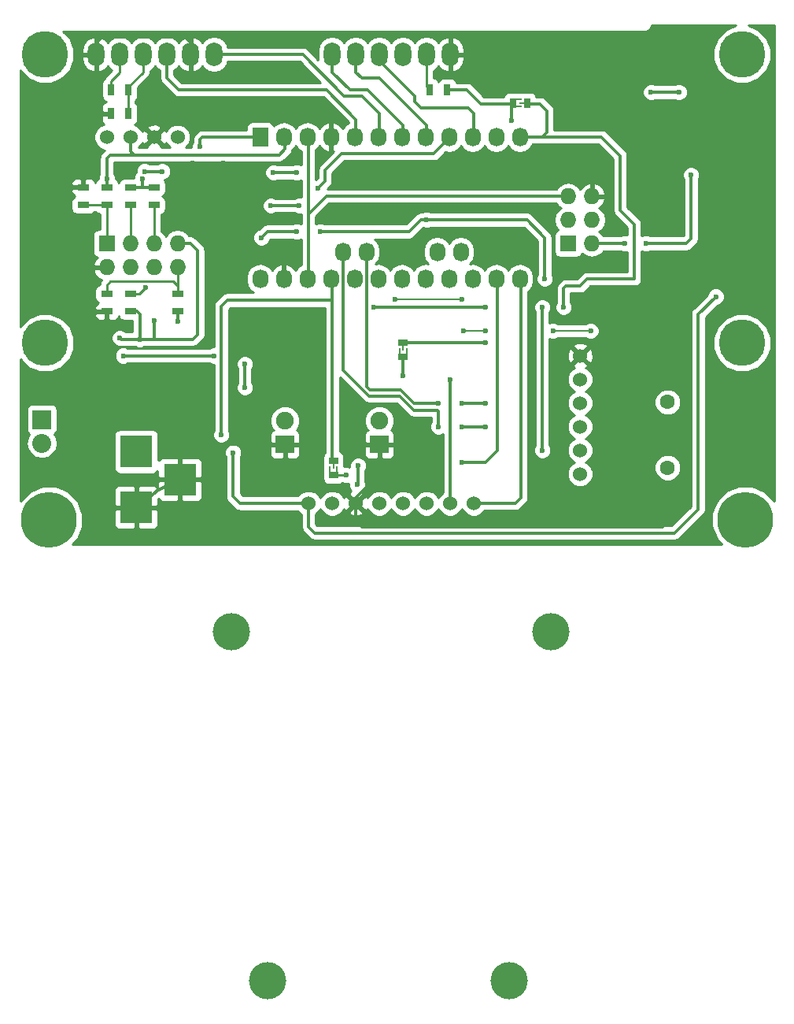
<source format=gbr>
G04 #@! TF.FileFunction,Copper,L1,Top,Signal*
%FSLAX46Y46*%
G04 Gerber Fmt 4.6, Leading zero omitted, Abs format (unit mm)*
G04 Created by KiCad (PCBNEW 4.0.2-stable) date 29/08/2016 16:57:44*
%MOMM*%
G01*
G04 APERTURE LIST*
%ADD10C,0.100000*%
%ADD11C,1.524000*%
%ADD12R,2.000000X1.900000*%
%ADD13C,1.900000*%
%ADD14O,1.800000X2.600000*%
%ADD15C,5.000000*%
%ADD16C,1.600000*%
%ADD17C,6.000000*%
%ADD18R,0.700000X1.300000*%
%ADD19R,1.727200X1.727200*%
%ADD20O,1.727200X1.727200*%
%ADD21C,4.000000*%
%ADD22R,0.762000X1.016000*%
%ADD23R,1.143000X0.254000*%
%ADD24R,1.200000X0.254000*%
%ADD25R,1.016000X0.762000*%
%ADD26R,0.254000X1.143000*%
%ADD27R,0.254000X1.200000*%
%ADD28O,1.727200X2.032000*%
%ADD29R,1.727200X2.032000*%
%ADD30R,2.032000X2.032000*%
%ADD31O,2.032000X2.032000*%
%ADD32R,3.500120X3.500120*%
%ADD33R,1.300000X0.700000*%
%ADD34C,0.600000*%
%ADD35C,0.350000*%
%ADD36C,0.300000*%
%ADD37C,0.200000*%
%ADD38C,0.250000*%
%ADD39C,0.254000*%
G04 APERTURE END LIST*
D10*
D11*
X34925000Y-45720000D03*
X32385000Y-45720000D03*
X37465000Y-45720000D03*
X40005000Y-45720000D03*
D12*
X61722000Y-78740000D03*
D13*
X61722000Y-76200000D03*
D14*
X31242000Y-36830000D03*
X33782000Y-36830000D03*
X36322000Y-36830000D03*
X38862000Y-36830000D03*
X41402000Y-36830000D03*
X43942000Y-36830000D03*
X56642000Y-36830000D03*
X59182000Y-36830000D03*
X61722000Y-36830000D03*
X64262000Y-36830000D03*
X66802000Y-36830000D03*
X69342000Y-36830000D03*
D15*
X25742900Y-36830000D03*
X25742900Y-67830700D03*
X100741480Y-67830700D03*
X100741480Y-36830000D03*
D11*
X83312000Y-74295000D03*
X83312000Y-76835000D03*
X83312000Y-71755000D03*
X83312000Y-69215000D03*
X83312000Y-79375000D03*
X83312000Y-81915000D03*
D16*
X92710000Y-81244000D03*
X92710000Y-74204000D03*
D12*
X51562000Y-78740000D03*
D13*
X51562000Y-76200000D03*
D17*
X26162000Y-86868000D03*
X101092000Y-86856000D03*
D18*
X34732000Y-40640000D03*
X32832000Y-40640000D03*
X32832000Y-43180000D03*
X34732000Y-43180000D03*
X69022000Y-40640000D03*
X67122000Y-40640000D03*
D19*
X82042000Y-57150000D03*
D20*
X84582000Y-57150000D03*
X82042000Y-54610000D03*
X84582000Y-54610000D03*
X82042000Y-52070000D03*
X84582000Y-52070000D03*
D11*
X69342000Y-85090000D03*
X71882000Y-85090000D03*
X66802000Y-85090000D03*
X64262000Y-85090000D03*
X61722000Y-85090000D03*
X59182000Y-85090000D03*
X56642000Y-85090000D03*
X54102000Y-85090000D03*
D21*
X80192000Y-98910000D03*
X45792000Y-98910000D03*
X75692000Y-136430000D03*
X49692000Y-136430000D03*
D22*
X77597000Y-42037000D03*
D23*
X76454000Y-42418000D03*
D22*
X76073000Y-42037000D03*
D23*
X76454000Y-41656000D03*
D24*
X77343000Y-42037000D03*
D25*
X64262000Y-67818000D03*
D26*
X64643000Y-68961000D03*
D25*
X64262000Y-69342000D03*
D26*
X63881000Y-68961000D03*
D27*
X64262000Y-68072000D03*
D28*
X60325000Y-58040000D03*
X67945000Y-58040000D03*
X70485000Y-58040000D03*
X57785000Y-58040000D03*
X48895000Y-60960000D03*
X59055000Y-45720000D03*
X53975000Y-60960000D03*
X56515000Y-60960000D03*
X51435000Y-60960000D03*
X76835000Y-45720000D03*
X76835000Y-60960000D03*
X74295000Y-60960000D03*
X71755000Y-60960000D03*
X69215000Y-60960000D03*
X66675000Y-60960000D03*
X64135000Y-60960000D03*
X59055000Y-60960000D03*
X61595000Y-60960000D03*
X71755000Y-45720000D03*
X74295000Y-45720000D03*
X69215000Y-45720000D03*
X66675000Y-45720000D03*
X64135000Y-45720000D03*
X61595000Y-45720000D03*
X56515000Y-45720000D03*
X53975000Y-45720000D03*
X51435000Y-45720000D03*
D29*
X48895000Y-45720000D03*
D30*
X25400000Y-76073000D03*
D31*
X25400000Y-78613000D03*
D32*
X35560000Y-79524860D03*
X35560000Y-85524340D03*
X40259000Y-82524600D03*
D33*
X32385000Y-51120000D03*
X32385000Y-53020000D03*
X29845000Y-53020000D03*
X29845000Y-51120000D03*
X34925000Y-53020000D03*
X34925000Y-51120000D03*
X37465000Y-53020000D03*
X37465000Y-51120000D03*
X40005000Y-64450000D03*
X40005000Y-62550000D03*
X32385000Y-62550000D03*
X32385000Y-64450000D03*
X34925000Y-64450000D03*
X34925000Y-62550000D03*
D19*
X32385000Y-57150000D03*
D20*
X32385000Y-59690000D03*
X34925000Y-57150000D03*
X34925000Y-59690000D03*
X37465000Y-57150000D03*
X37465000Y-59690000D03*
X40005000Y-57150000D03*
X40005000Y-59690000D03*
D25*
X56769000Y-80518000D03*
D26*
X57150000Y-81661000D03*
D25*
X56769000Y-82042000D03*
D26*
X56388000Y-81661000D03*
D27*
X56769000Y-80772000D03*
D34*
X32385000Y-67437000D03*
X48006000Y-78740000D03*
X31242000Y-43180000D03*
X41656000Y-48514000D03*
X44958000Y-48514000D03*
X89662000Y-64135000D03*
X87122000Y-64135000D03*
X94742000Y-73025000D03*
X61087000Y-64008000D03*
X79248000Y-79375000D03*
X79248000Y-64008000D03*
X73152000Y-64008000D03*
X73152000Y-76835000D03*
X70612000Y-76835000D03*
X68072000Y-76835000D03*
X68072000Y-74295000D03*
X70612000Y-74295000D03*
X73152000Y-74295000D03*
X84455000Y-66548000D03*
X80391000Y-66548000D03*
X73152000Y-66548000D03*
X70739000Y-66548000D03*
X70612000Y-63119000D03*
X63373000Y-63119000D03*
X70612000Y-80645000D03*
X69342000Y-71755000D03*
X32385000Y-50165000D03*
X40005000Y-65532000D03*
X36449000Y-49403000D03*
X38354000Y-49403000D03*
X42418000Y-46736000D03*
X81534000Y-64008000D03*
X73152000Y-67818000D03*
X53086000Y-53086000D03*
X55118000Y-51181000D03*
X50038000Y-53086000D03*
X43942000Y-69215000D03*
X34163000Y-69215000D03*
X95250000Y-49784000D03*
X90424000Y-57150000D03*
X88138000Y-57150000D03*
X55372000Y-55880000D03*
X52832000Y-55880000D03*
X49022000Y-56515000D03*
X66802000Y-54610000D03*
X79502000Y-60960000D03*
X45974000Y-79629000D03*
X35941000Y-67437000D03*
X33782000Y-67310000D03*
X37465000Y-65405000D03*
X36195000Y-50165000D03*
X97917000Y-62865000D03*
X59309000Y-83058000D03*
X59436000Y-81026000D03*
X75946000Y-43942000D03*
X64262000Y-71374000D03*
X52832000Y-49530000D03*
X50292000Y-49530000D03*
X44704000Y-77724000D03*
X93980000Y-40894000D03*
X90932000Y-40894000D03*
X58166000Y-82042000D03*
X36576000Y-61849000D03*
X47244000Y-70104000D03*
X47244000Y-72644000D03*
D35*
X32385000Y-67437000D02*
X32385000Y-67310000D01*
X48006000Y-78740000D02*
X40767000Y-78740000D01*
X40259000Y-79248000D02*
X40259000Y-82524600D01*
X40767000Y-78740000D02*
X40259000Y-79248000D01*
X31242000Y-43180000D02*
X30226000Y-43180000D01*
X29845000Y-43561000D02*
X29845000Y-51120000D01*
X30226000Y-43180000D02*
X29845000Y-43561000D01*
X32385000Y-59690000D02*
X30099000Y-59690000D01*
X30099000Y-59690000D02*
X27559000Y-59690000D01*
X27559000Y-59690000D02*
X26924000Y-59055000D01*
X26924000Y-59055000D02*
X26924000Y-51181000D01*
X26924000Y-51181000D02*
X26985000Y-51120000D01*
X26985000Y-51120000D02*
X29845000Y-51120000D01*
X32385000Y-67310000D02*
X32385000Y-66675000D01*
X32385000Y-66675000D02*
X32385000Y-64450000D01*
X32512000Y-67437000D02*
X32385000Y-67310000D01*
X30099000Y-59690000D02*
X29337000Y-60452000D01*
X29337000Y-60452000D02*
X29337000Y-66040000D01*
X29337000Y-66040000D02*
X30734000Y-67437000D01*
X30734000Y-67437000D02*
X32512000Y-67437000D01*
X31242000Y-42545000D02*
X31242000Y-43180000D01*
D36*
X32832000Y-43180000D02*
X31877000Y-43180000D01*
X31877000Y-43180000D02*
X31242000Y-42545000D01*
D35*
X31242000Y-42545000D02*
X31242000Y-36830000D01*
X44958000Y-48514000D02*
X41656000Y-48514000D01*
X35687000Y-85524340D02*
X37894260Y-83619340D01*
X37894260Y-83619340D02*
X40386000Y-82524600D01*
D36*
X87122000Y-64135000D02*
X89662000Y-64135000D01*
X59182000Y-85090000D02*
X59182000Y-84455000D01*
X59182000Y-84455000D02*
X61722000Y-81915000D01*
X61722000Y-81915000D02*
X61722000Y-78740000D01*
D35*
X59182000Y-85090000D02*
X59182000Y-86995000D01*
X94742000Y-85090000D02*
X94742000Y-73025000D01*
X92202000Y-87630000D02*
X94742000Y-85090000D01*
X59817000Y-87630000D02*
X92202000Y-87630000D01*
X59182000Y-86995000D02*
X59817000Y-87630000D01*
D36*
X41402000Y-36830000D02*
X41402000Y-35560000D01*
X41402000Y-35560000D02*
X40767000Y-34925000D01*
X40767000Y-34925000D02*
X31877000Y-34925000D01*
X31877000Y-34925000D02*
X31242000Y-35560000D01*
X31242000Y-35560000D02*
X31242000Y-36830000D01*
X73152000Y-64008000D02*
X61087000Y-64008000D01*
X79248000Y-79375000D02*
X79248000Y-76962000D01*
X79248000Y-76962000D02*
X79248000Y-64008000D01*
X68072000Y-76835000D02*
X68072000Y-75184000D01*
X70612000Y-76835000D02*
X73152000Y-76835000D01*
X57785000Y-70739000D02*
X57785000Y-58040000D01*
X60579000Y-73533000D02*
X57785000Y-70739000D01*
X63881000Y-73533000D02*
X60579000Y-73533000D01*
X65405000Y-75057000D02*
X63881000Y-73533000D01*
X67945000Y-75057000D02*
X65405000Y-75057000D01*
X68072000Y-75184000D02*
X67945000Y-75057000D01*
X65532000Y-74295000D02*
X65405000Y-74295000D01*
X68072000Y-74295000D02*
X65532000Y-74295000D01*
X73152000Y-74295000D02*
X70612000Y-74295000D01*
X60325000Y-72517000D02*
X60325000Y-58040000D01*
X60706000Y-72898000D02*
X60325000Y-72517000D01*
X64008000Y-72898000D02*
X60706000Y-72898000D01*
X65405000Y-74295000D02*
X64008000Y-72898000D01*
D37*
X80391000Y-66548000D02*
X84455000Y-66548000D01*
X70739000Y-66548000D02*
X73152000Y-66548000D01*
X63373000Y-63119000D02*
X70612000Y-63119000D01*
D36*
X74422000Y-60960000D02*
X74422000Y-79375000D01*
X73152000Y-80645000D02*
X70612000Y-80645000D01*
X74422000Y-79375000D02*
X73152000Y-80645000D01*
X69342000Y-85090000D02*
X69342000Y-71755000D01*
X54102000Y-45720000D02*
X54102000Y-53975000D01*
X54102000Y-60960000D02*
X54102000Y-53975000D01*
X56007000Y-52070000D02*
X82042000Y-52070000D01*
X54102000Y-53975000D02*
X56007000Y-52070000D01*
X32385000Y-51120000D02*
X32385000Y-50165000D01*
X32385000Y-50165000D02*
X32385000Y-48006000D01*
X32766000Y-47625000D02*
X35306000Y-47625000D01*
X32385000Y-48006000D02*
X32766000Y-47625000D01*
X35687000Y-47625000D02*
X35306000Y-47625000D01*
X51562000Y-46990000D02*
X50927000Y-47625000D01*
X50927000Y-47625000D02*
X35687000Y-47625000D01*
X51562000Y-45720000D02*
X51562000Y-46990000D01*
X34925000Y-47244000D02*
X34925000Y-45720000D01*
X35306000Y-47625000D02*
X34925000Y-47244000D01*
X40005000Y-64450000D02*
X40005000Y-65532000D01*
X48895000Y-45720000D02*
X42672000Y-45720000D01*
X38354000Y-49403000D02*
X36449000Y-49403000D01*
X42418000Y-45974000D02*
X42418000Y-46736000D01*
X42672000Y-45720000D02*
X42418000Y-45974000D01*
X61722000Y-45720000D02*
X61722000Y-43180000D01*
X53467000Y-36830000D02*
X43942000Y-36830000D01*
X57912000Y-41275000D02*
X53467000Y-36830000D01*
X59817000Y-41275000D02*
X57912000Y-41275000D01*
X61722000Y-43180000D02*
X59817000Y-41275000D01*
X59182000Y-45720000D02*
X59182000Y-43815000D01*
X38862000Y-39370000D02*
X38862000Y-36830000D01*
X40132000Y-40640000D02*
X38862000Y-39370000D01*
X56007000Y-40640000D02*
X40132000Y-40640000D01*
X59182000Y-43815000D02*
X56007000Y-40640000D01*
X64262000Y-45720000D02*
X64262000Y-44450000D01*
X56642000Y-38735000D02*
X56642000Y-36830000D01*
X58547000Y-40640000D02*
X56642000Y-38735000D01*
X60452000Y-40640000D02*
X58547000Y-40640000D01*
X64262000Y-44450000D02*
X60452000Y-40640000D01*
X66802000Y-45720000D02*
X66802000Y-44450000D01*
X66802000Y-44450000D02*
X61722000Y-39370000D01*
X59817000Y-39370000D02*
X59182000Y-38735000D01*
X61722000Y-39370000D02*
X59817000Y-39370000D01*
X59182000Y-38735000D02*
X59182000Y-36830000D01*
X71882000Y-43180000D02*
X71882000Y-45720000D01*
X66167000Y-42545000D02*
X71247000Y-42545000D01*
X71247000Y-42545000D02*
X71882000Y-43180000D01*
X65532000Y-41910000D02*
X66167000Y-42545000D01*
X65532000Y-41275000D02*
X65532000Y-41910000D01*
X61722000Y-37465000D02*
X65532000Y-41275000D01*
X61722000Y-36830000D02*
X61722000Y-37465000D01*
X87122000Y-47244000D02*
X85598000Y-45720000D01*
X85598000Y-45720000D02*
X79248000Y-45720000D01*
X87630000Y-47752000D02*
X87122000Y-47244000D01*
X87630000Y-53594000D02*
X87630000Y-47752000D01*
X89154000Y-55118000D02*
X87630000Y-53594000D01*
X89154000Y-60960000D02*
X89154000Y-55118000D01*
X84074000Y-60960000D02*
X89154000Y-60960000D01*
X83312000Y-61722000D02*
X84074000Y-60960000D01*
X81788000Y-61722000D02*
X83312000Y-61722000D01*
X81534000Y-61976000D02*
X81788000Y-61722000D01*
X79248000Y-45720000D02*
X76962000Y-45720000D01*
X79756000Y-45212000D02*
X79248000Y-45720000D01*
X79756000Y-42926000D02*
X79756000Y-45212000D01*
X81534000Y-64008000D02*
X81534000Y-61976000D01*
X78994000Y-42164000D02*
X79756000Y-42926000D01*
X64262000Y-67818000D02*
X73152000Y-67818000D01*
X77470000Y-42164000D02*
X78994000Y-42164000D01*
X76962000Y-60960000D02*
X76962000Y-84455000D01*
X76327000Y-85090000D02*
X71882000Y-85090000D01*
X76962000Y-84455000D02*
X76327000Y-85090000D01*
X62611000Y-47498000D02*
X57658000Y-47498000D01*
X55880000Y-50419000D02*
X55118000Y-51181000D01*
X55880000Y-49276000D02*
X55880000Y-50419000D01*
X57658000Y-47498000D02*
X55880000Y-49276000D01*
X50038000Y-53086000D02*
X53086000Y-53086000D01*
X62484000Y-47498000D02*
X62611000Y-47498000D01*
X62611000Y-47498000D02*
X67564000Y-47498000D01*
X67564000Y-47498000D02*
X69342000Y-45720000D01*
D35*
X40767000Y-69215000D02*
X43942000Y-69215000D01*
X34163000Y-69215000D02*
X40767000Y-69215000D01*
X84582000Y-57150000D02*
X88138000Y-57150000D01*
X95250000Y-56642000D02*
X95250000Y-49784000D01*
X94742000Y-57150000D02*
X95250000Y-56642000D01*
X90424000Y-57150000D02*
X94742000Y-57150000D01*
X66802000Y-54610000D02*
X66167000Y-54610000D01*
X66167000Y-54610000D02*
X64897000Y-55880000D01*
X64897000Y-55880000D02*
X55372000Y-55880000D01*
X52832000Y-55880000D02*
X49657000Y-55880000D01*
X49657000Y-55880000D02*
X49022000Y-56515000D01*
X77597000Y-54610000D02*
X66802000Y-54610000D01*
X79502000Y-56515000D02*
X77597000Y-54610000D01*
X79502000Y-60960000D02*
X79502000Y-56515000D01*
X40005000Y-57150000D02*
X41402000Y-57150000D01*
X41656000Y-67437000D02*
X35941000Y-67437000D01*
X42164000Y-66929000D02*
X41656000Y-67437000D01*
X42164000Y-57912000D02*
X42164000Y-66929000D01*
X41402000Y-57150000D02*
X42164000Y-57912000D01*
X54102000Y-85090000D02*
X46736000Y-85090000D01*
X46736000Y-85090000D02*
X45974000Y-84328000D01*
X45974000Y-84328000D02*
X45974000Y-79629000D01*
X33909000Y-67437000D02*
X35179000Y-67437000D01*
X33782000Y-67310000D02*
X33909000Y-67437000D01*
X34925000Y-64450000D02*
X35621000Y-64450000D01*
X35941000Y-64770000D02*
X35941000Y-67437000D01*
X35621000Y-64450000D02*
X35941000Y-64770000D01*
X37465000Y-67437000D02*
X37465000Y-65405000D01*
X35941000Y-67437000D02*
X37465000Y-67437000D01*
X34925000Y-67437000D02*
X35179000Y-67437000D01*
X35179000Y-67437000D02*
X35941000Y-67437000D01*
X36195000Y-51120000D02*
X36195000Y-50165000D01*
X34925000Y-51120000D02*
X36195000Y-51120000D01*
X36195000Y-51120000D02*
X37465000Y-51120000D01*
D36*
X54102000Y-87630000D02*
X54102000Y-85090000D01*
X54737000Y-88265000D02*
X54102000Y-87630000D01*
D35*
X93472000Y-88265000D02*
X54737000Y-88265000D01*
X96012000Y-85725000D02*
X93472000Y-88265000D01*
X96012000Y-64770000D02*
X96012000Y-85725000D01*
D36*
X97917000Y-62865000D02*
X96012000Y-64770000D01*
X59309000Y-83058000D02*
X59436000Y-82931000D01*
X59436000Y-82931000D02*
X59436000Y-81026000D01*
X75946000Y-43942000D02*
X75946000Y-42164000D01*
X75946000Y-42164000D02*
X72644000Y-42164000D01*
X71120000Y-40640000D02*
X69022000Y-40640000D01*
X72644000Y-42164000D02*
X71120000Y-40640000D01*
X64262000Y-69342000D02*
X64262000Y-71374000D01*
D38*
X32832000Y-40640000D02*
X32832000Y-39685000D01*
X32832000Y-39685000D02*
X33782000Y-38735000D01*
X33782000Y-38735000D02*
X33782000Y-36830000D01*
D35*
X50292000Y-49530000D02*
X52832000Y-49530000D01*
X44704000Y-66294000D02*
X44704000Y-63881000D01*
X44704000Y-63881000D02*
X45339000Y-63246000D01*
X45339000Y-63246000D02*
X56642000Y-63246000D01*
X44704000Y-66294000D02*
X44704000Y-77724000D01*
X93980000Y-40894000D02*
X90932000Y-40894000D01*
X56642000Y-80518000D02*
X56642000Y-65532000D01*
X56642000Y-65532000D02*
X56642000Y-63246000D01*
X56642000Y-63246000D02*
X56642000Y-60960000D01*
D38*
X34732000Y-40325000D02*
X36322000Y-38735000D01*
X36322000Y-38735000D02*
X36322000Y-36830000D01*
X34732000Y-43180000D02*
X34732000Y-40640000D01*
X34732000Y-40640000D02*
X34732000Y-40325000D01*
X66802000Y-36830000D02*
X66802000Y-40320000D01*
X66802000Y-40320000D02*
X67122000Y-40640000D01*
X56642000Y-82042000D02*
X58166000Y-82042000D01*
X29845000Y-53020000D02*
X32385000Y-53020000D01*
X32385000Y-57150000D02*
X32385000Y-53020000D01*
X34925000Y-57150000D02*
X34925000Y-53020000D01*
X37465000Y-53020000D02*
X37465000Y-57150000D01*
X40005000Y-62550000D02*
X40005000Y-61722000D01*
X32385000Y-61595000D02*
X32385000Y-62550000D01*
X32766000Y-61214000D02*
X32385000Y-61595000D01*
X39497000Y-61214000D02*
X32766000Y-61214000D01*
X40005000Y-61722000D02*
X39497000Y-61214000D01*
X40005000Y-59690000D02*
X40005000Y-62550000D01*
X34925000Y-62550000D02*
X35875000Y-62550000D01*
X35875000Y-62550000D02*
X36576000Y-61849000D01*
D36*
X47244000Y-72644000D02*
X47244000Y-70104000D01*
D39*
G36*
X98967965Y-34170727D02*
X98085306Y-35051847D01*
X97607026Y-36203674D01*
X97605937Y-37450854D01*
X98082207Y-38603515D01*
X98963327Y-39486174D01*
X100115154Y-39964454D01*
X101362334Y-39965543D01*
X102514995Y-39489273D01*
X103397654Y-38608153D01*
X103875934Y-37456326D01*
X103877023Y-36209146D01*
X103400753Y-35056485D01*
X102519633Y-34173826D01*
X101450781Y-33730000D01*
X104192000Y-33730000D01*
X104192000Y-84839803D01*
X104175400Y-84799628D01*
X103153751Y-83776194D01*
X101818218Y-83221632D01*
X100372126Y-83220370D01*
X99035628Y-83772600D01*
X98012194Y-84794249D01*
X97457632Y-86129782D01*
X97456370Y-87575874D01*
X98008600Y-88912372D01*
X98555273Y-89460000D01*
X28710631Y-89460000D01*
X29241806Y-88929751D01*
X29796368Y-87594218D01*
X29797630Y-86148126D01*
X29657957Y-85810090D01*
X33174940Y-85810090D01*
X33174940Y-87400709D01*
X33271613Y-87634098D01*
X33450241Y-87812727D01*
X33683630Y-87909400D01*
X35274250Y-87909400D01*
X35433000Y-87750650D01*
X35433000Y-85651340D01*
X35687000Y-85651340D01*
X35687000Y-87750650D01*
X35845750Y-87909400D01*
X37436370Y-87909400D01*
X37669759Y-87812727D01*
X37848387Y-87634098D01*
X37945060Y-87400709D01*
X37945060Y-85810090D01*
X37786310Y-85651340D01*
X35687000Y-85651340D01*
X35433000Y-85651340D01*
X33333690Y-85651340D01*
X33174940Y-85810090D01*
X29657957Y-85810090D01*
X29245400Y-84811628D01*
X28223751Y-83788194D01*
X27886057Y-83647971D01*
X33174940Y-83647971D01*
X33174940Y-85238590D01*
X33333690Y-85397340D01*
X35433000Y-85397340D01*
X35433000Y-83298030D01*
X35687000Y-83298030D01*
X35687000Y-85397340D01*
X37786310Y-85397340D01*
X37945060Y-85238590D01*
X37945060Y-84572668D01*
X37970613Y-84634358D01*
X38149241Y-84812987D01*
X38382630Y-84909660D01*
X39973250Y-84909660D01*
X40132000Y-84750910D01*
X40132000Y-82651600D01*
X40386000Y-82651600D01*
X40386000Y-84750910D01*
X40544750Y-84909660D01*
X42135370Y-84909660D01*
X42368759Y-84812987D01*
X42547387Y-84634358D01*
X42644060Y-84400969D01*
X42644060Y-82810350D01*
X42485310Y-82651600D01*
X40386000Y-82651600D01*
X40132000Y-82651600D01*
X38032690Y-82651600D01*
X37873940Y-82810350D01*
X37873940Y-83476272D01*
X37848387Y-83414582D01*
X37669759Y-83235953D01*
X37436370Y-83139280D01*
X35845750Y-83139280D01*
X35687000Y-83298030D01*
X35433000Y-83298030D01*
X35274250Y-83139280D01*
X33683630Y-83139280D01*
X33450241Y-83235953D01*
X33271613Y-83414582D01*
X33174940Y-83647971D01*
X27886057Y-83647971D01*
X26888218Y-83233632D01*
X25442126Y-83232370D01*
X24105628Y-83784600D01*
X23082194Y-84806249D01*
X23062000Y-84854882D01*
X23062000Y-78613000D01*
X23716655Y-78613000D01*
X23842330Y-79244810D01*
X24200222Y-79780433D01*
X24735845Y-80138325D01*
X25367655Y-80264000D01*
X25432345Y-80264000D01*
X26064155Y-80138325D01*
X26599778Y-79780433D01*
X26957670Y-79244810D01*
X27083345Y-78613000D01*
X26957670Y-77981190D01*
X26819765Y-77774800D01*
X33162500Y-77774800D01*
X33162500Y-81274920D01*
X33206778Y-81510237D01*
X33345850Y-81726361D01*
X33558050Y-81871351D01*
X33809940Y-81922360D01*
X37310060Y-81922360D01*
X37545377Y-81878082D01*
X37761501Y-81739010D01*
X37873940Y-81574450D01*
X37873940Y-82238850D01*
X38032690Y-82397600D01*
X40132000Y-82397600D01*
X40132000Y-80298290D01*
X40386000Y-80298290D01*
X40386000Y-82397600D01*
X42485310Y-82397600D01*
X42644060Y-82238850D01*
X42644060Y-80648231D01*
X42547387Y-80414842D01*
X42368759Y-80236213D01*
X42135370Y-80139540D01*
X40544750Y-80139540D01*
X40386000Y-80298290D01*
X40132000Y-80298290D01*
X39973250Y-80139540D01*
X38382630Y-80139540D01*
X38149241Y-80236213D01*
X37970613Y-80414842D01*
X37957500Y-80446500D01*
X37957500Y-79814167D01*
X45038838Y-79814167D01*
X45164000Y-80117083D01*
X45164000Y-84328000D01*
X45225658Y-84637974D01*
X45342834Y-84813339D01*
X45401244Y-84900756D01*
X46163244Y-85662757D01*
X46426027Y-85838343D01*
X46563897Y-85865766D01*
X46736000Y-85900000D01*
X52936653Y-85900000D01*
X53309630Y-86273629D01*
X53317000Y-86276689D01*
X53317000Y-87630000D01*
X53376755Y-87930407D01*
X53546921Y-88185079D01*
X54093052Y-88731210D01*
X54164244Y-88837756D01*
X54427026Y-89013342D01*
X54737000Y-89075000D01*
X93472000Y-89075000D01*
X93781974Y-89013342D01*
X94044756Y-88837756D01*
X96584756Y-86297757D01*
X96696993Y-86129782D01*
X96760342Y-86034974D01*
X96822000Y-85725000D01*
X96822000Y-68451554D01*
X97605937Y-68451554D01*
X98082207Y-69604215D01*
X98963327Y-70486874D01*
X100115154Y-70965154D01*
X101362334Y-70966243D01*
X102514995Y-70489973D01*
X103397654Y-69608853D01*
X103875934Y-68457026D01*
X103877023Y-67209846D01*
X103400753Y-66057185D01*
X102519633Y-65174526D01*
X101367806Y-64696246D01*
X100120626Y-64695157D01*
X98967965Y-65171427D01*
X98085306Y-66052547D01*
X97607026Y-67204374D01*
X97605937Y-68451554D01*
X96822000Y-68451554D01*
X96822000Y-65070158D01*
X98092005Y-63800153D01*
X98102167Y-63800162D01*
X98445943Y-63658117D01*
X98709192Y-63395327D01*
X98851838Y-63051799D01*
X98852162Y-62679833D01*
X98710117Y-62336057D01*
X98447327Y-62072808D01*
X98103799Y-61930162D01*
X97731833Y-61929838D01*
X97388057Y-62071883D01*
X97124808Y-62334673D01*
X96982162Y-62678201D01*
X96982152Y-62689690D01*
X95545790Y-64126052D01*
X95439244Y-64197244D01*
X95263658Y-64460026D01*
X95202000Y-64770000D01*
X95202000Y-85389487D01*
X93136488Y-87455000D01*
X55037158Y-87455000D01*
X54887000Y-87304842D01*
X54887000Y-86277201D01*
X54892303Y-86275010D01*
X55285629Y-85882370D01*
X55371949Y-85674488D01*
X55456990Y-85880303D01*
X55849630Y-86273629D01*
X56362900Y-86486757D01*
X56918661Y-86487242D01*
X57432303Y-86275010D01*
X57637457Y-86070213D01*
X58381392Y-86070213D01*
X58450857Y-86312397D01*
X58974302Y-86499144D01*
X59529368Y-86471362D01*
X59913143Y-86312397D01*
X59982608Y-86070213D01*
X59182000Y-85269605D01*
X58381392Y-86070213D01*
X57637457Y-86070213D01*
X57825629Y-85882370D01*
X57905395Y-85690273D01*
X57959603Y-85821143D01*
X58201787Y-85890608D01*
X59002395Y-85090000D01*
X58201787Y-84289392D01*
X57959603Y-84358857D01*
X57909491Y-84499318D01*
X57827010Y-84299697D01*
X57434370Y-83906371D01*
X56921100Y-83693243D01*
X56365339Y-83692758D01*
X55851697Y-83904990D01*
X55458371Y-84297630D01*
X55372051Y-84505512D01*
X55287010Y-84299697D01*
X54894370Y-83906371D01*
X54381100Y-83693243D01*
X53825339Y-83692758D01*
X53311697Y-83904990D01*
X52936032Y-84280000D01*
X47071513Y-84280000D01*
X46784000Y-83992488D01*
X46784000Y-80116441D01*
X46908838Y-79815799D01*
X46909162Y-79443833D01*
X46767117Y-79100057D01*
X46692940Y-79025750D01*
X49927000Y-79025750D01*
X49927000Y-79816310D01*
X50023673Y-80049699D01*
X50202302Y-80228327D01*
X50435691Y-80325000D01*
X51276250Y-80325000D01*
X51435000Y-80166250D01*
X51435000Y-78867000D01*
X51689000Y-78867000D01*
X51689000Y-80166250D01*
X51847750Y-80325000D01*
X52688309Y-80325000D01*
X52921698Y-80228327D01*
X53100327Y-80049699D01*
X53197000Y-79816310D01*
X53197000Y-79025750D01*
X53038250Y-78867000D01*
X51689000Y-78867000D01*
X51435000Y-78867000D01*
X50085750Y-78867000D01*
X49927000Y-79025750D01*
X46692940Y-79025750D01*
X46504327Y-78836808D01*
X46160799Y-78694162D01*
X45788833Y-78693838D01*
X45445057Y-78835883D01*
X45181808Y-79098673D01*
X45039162Y-79442201D01*
X45038838Y-79814167D01*
X37957500Y-79814167D01*
X37957500Y-77774800D01*
X37913222Y-77539483D01*
X37774150Y-77323359D01*
X37561950Y-77178369D01*
X37310060Y-77127360D01*
X33809940Y-77127360D01*
X33574623Y-77171638D01*
X33358499Y-77310710D01*
X33213509Y-77522910D01*
X33162500Y-77774800D01*
X26819765Y-77774800D01*
X26730501Y-77641208D01*
X26867441Y-77553090D01*
X27012431Y-77340890D01*
X27063440Y-77089000D01*
X27063440Y-75057000D01*
X27019162Y-74821683D01*
X26880090Y-74605559D01*
X26667890Y-74460569D01*
X26416000Y-74409560D01*
X24384000Y-74409560D01*
X24148683Y-74453838D01*
X23932559Y-74592910D01*
X23787569Y-74805110D01*
X23736560Y-75057000D01*
X23736560Y-77089000D01*
X23780838Y-77324317D01*
X23919910Y-77540441D01*
X24068837Y-77642198D01*
X23842330Y-77981190D01*
X23716655Y-78613000D01*
X23062000Y-78613000D01*
X23062000Y-69551874D01*
X23083627Y-69604215D01*
X23964747Y-70486874D01*
X25116574Y-70965154D01*
X26363754Y-70966243D01*
X27516415Y-70489973D01*
X28399074Y-69608853D01*
X28877354Y-68457026D01*
X28878443Y-67209846D01*
X28402173Y-66057185D01*
X27521053Y-65174526D01*
X26464363Y-64735750D01*
X31100000Y-64735750D01*
X31100000Y-64926309D01*
X31196673Y-65159698D01*
X31375301Y-65338327D01*
X31608690Y-65435000D01*
X32099250Y-65435000D01*
X32258000Y-65276250D01*
X32258000Y-64577000D01*
X31258750Y-64577000D01*
X31100000Y-64735750D01*
X26464363Y-64735750D01*
X26369226Y-64696246D01*
X25122046Y-64695157D01*
X23969385Y-65171427D01*
X23086726Y-66052547D01*
X23062000Y-66112094D01*
X23062000Y-52670000D01*
X28547560Y-52670000D01*
X28547560Y-53370000D01*
X28591838Y-53605317D01*
X28730910Y-53821441D01*
X28943110Y-53966431D01*
X29195000Y-54017440D01*
X30495000Y-54017440D01*
X30730317Y-53973162D01*
X30946441Y-53834090D01*
X30983399Y-53780000D01*
X31244243Y-53780000D01*
X31270910Y-53821441D01*
X31483110Y-53966431D01*
X31625000Y-53995164D01*
X31625000Y-55638960D01*
X31521400Y-55638960D01*
X31286083Y-55683238D01*
X31069959Y-55822310D01*
X30924969Y-56034510D01*
X30873960Y-56286400D01*
X30873960Y-58013600D01*
X30918238Y-58248917D01*
X31057310Y-58465041D01*
X31269510Y-58610031D01*
X31366451Y-58629662D01*
X31178179Y-58801510D01*
X30930032Y-59330973D01*
X31050531Y-59563000D01*
X32258000Y-59563000D01*
X32258000Y-59543000D01*
X32512000Y-59543000D01*
X32512000Y-59563000D01*
X32532000Y-59563000D01*
X32532000Y-59817000D01*
X32512000Y-59817000D01*
X32512000Y-59837000D01*
X32258000Y-59837000D01*
X32258000Y-59817000D01*
X31050531Y-59817000D01*
X30930032Y-60049027D01*
X31178179Y-60578490D01*
X31610053Y-60972688D01*
X31840545Y-61068155D01*
X31682852Y-61304161D01*
X31629493Y-61572413D01*
X31499683Y-61596838D01*
X31283559Y-61735910D01*
X31138569Y-61948110D01*
X31087560Y-62200000D01*
X31087560Y-62900000D01*
X31131838Y-63135317D01*
X31270910Y-63351441D01*
X31483110Y-63496431D01*
X31516490Y-63503191D01*
X31375301Y-63561673D01*
X31196673Y-63740302D01*
X31100000Y-63973691D01*
X31100000Y-64164250D01*
X31258750Y-64323000D01*
X32258000Y-64323000D01*
X32258000Y-64303000D01*
X32512000Y-64303000D01*
X32512000Y-64323000D01*
X32532000Y-64323000D01*
X32532000Y-64577000D01*
X32512000Y-64577000D01*
X32512000Y-65276250D01*
X32670750Y-65435000D01*
X33161310Y-65435000D01*
X33394699Y-65338327D01*
X33573327Y-65159698D01*
X33657160Y-64957308D01*
X33671838Y-65035317D01*
X33810910Y-65251441D01*
X34023110Y-65396431D01*
X34275000Y-65447440D01*
X35131000Y-65447440D01*
X35131000Y-66627000D01*
X34421329Y-66627000D01*
X34312327Y-66517808D01*
X33968799Y-66375162D01*
X33596833Y-66374838D01*
X33253057Y-66516883D01*
X32989808Y-66779673D01*
X32847162Y-67123201D01*
X32846838Y-67495167D01*
X32988883Y-67838943D01*
X33251673Y-68102192D01*
X33595201Y-68244838D01*
X33899463Y-68245103D01*
X33909000Y-68247000D01*
X35453559Y-68247000D01*
X35754201Y-68371838D01*
X36126167Y-68372162D01*
X36429083Y-68247000D01*
X41656000Y-68247000D01*
X41965974Y-68185342D01*
X42228756Y-68009756D01*
X42736756Y-67501757D01*
X42844710Y-67340192D01*
X42912342Y-67238974D01*
X42974000Y-66929000D01*
X42974000Y-57912000D01*
X42936357Y-57722756D01*
X42912343Y-57602027D01*
X42736757Y-57339244D01*
X41974756Y-56577244D01*
X41929720Y-56547152D01*
X41711974Y-56401658D01*
X41402000Y-56340000D01*
X41251111Y-56340000D01*
X41064670Y-56060971D01*
X40578489Y-55736115D01*
X40005000Y-55622041D01*
X39431511Y-55736115D01*
X38945330Y-56060971D01*
X38735000Y-56375752D01*
X38524670Y-56060971D01*
X38225000Y-55860738D01*
X38225000Y-53996742D01*
X38350317Y-53973162D01*
X38566441Y-53834090D01*
X38711431Y-53621890D01*
X38762440Y-53370000D01*
X38762440Y-52670000D01*
X38718162Y-52434683D01*
X38579090Y-52218559D01*
X38366890Y-52073569D01*
X38353803Y-52070919D01*
X38566441Y-51934090D01*
X38711431Y-51721890D01*
X38762440Y-51470000D01*
X38762440Y-50770000D01*
X38718162Y-50534683D01*
X38580669Y-50321014D01*
X38882943Y-50196117D01*
X39146192Y-49933327D01*
X39288838Y-49589799D01*
X39289162Y-49217833D01*
X39147117Y-48874057D01*
X38884327Y-48610808D01*
X38540799Y-48468162D01*
X38168833Y-48467838D01*
X37825057Y-48609883D01*
X37816926Y-48618000D01*
X36986506Y-48618000D01*
X36979327Y-48610808D01*
X36635799Y-48468162D01*
X36263833Y-48467838D01*
X35920057Y-48609883D01*
X35656808Y-48872673D01*
X35514162Y-49216201D01*
X35513894Y-49523781D01*
X35402808Y-49634673D01*
X35260162Y-49978201D01*
X35260036Y-50122560D01*
X34275000Y-50122560D01*
X34039683Y-50166838D01*
X33823559Y-50305910D01*
X33678569Y-50518110D01*
X33656007Y-50629523D01*
X33638162Y-50534683D01*
X33499090Y-50318559D01*
X33319974Y-50196174D01*
X33320162Y-49979833D01*
X33178117Y-49636057D01*
X33170000Y-49627926D01*
X33170000Y-48410000D01*
X50927000Y-48410000D01*
X51227407Y-48350245D01*
X51482079Y-48180079D01*
X52117079Y-47545079D01*
X52287245Y-47290406D01*
X52330235Y-47074287D01*
X52494670Y-46964415D01*
X52705000Y-46649634D01*
X52915330Y-46964415D01*
X53317000Y-47232803D01*
X53317000Y-48718986D01*
X53018799Y-48595162D01*
X52646833Y-48594838D01*
X52343917Y-48720000D01*
X50779441Y-48720000D01*
X50478799Y-48595162D01*
X50106833Y-48594838D01*
X49763057Y-48736883D01*
X49499808Y-48999673D01*
X49357162Y-49343201D01*
X49356838Y-49715167D01*
X49498883Y-50058943D01*
X49761673Y-50322192D01*
X50105201Y-50464838D01*
X50477167Y-50465162D01*
X50780083Y-50340000D01*
X52344559Y-50340000D01*
X52645201Y-50464838D01*
X53017167Y-50465162D01*
X53317000Y-50341274D01*
X53317000Y-52169516D01*
X53272799Y-52151162D01*
X52900833Y-52150838D01*
X52557057Y-52292883D01*
X52548926Y-52301000D01*
X50575506Y-52301000D01*
X50568327Y-52293808D01*
X50224799Y-52151162D01*
X49852833Y-52150838D01*
X49509057Y-52292883D01*
X49245808Y-52555673D01*
X49103162Y-52899201D01*
X49102838Y-53271167D01*
X49244883Y-53614943D01*
X49507673Y-53878192D01*
X49851201Y-54020838D01*
X50223167Y-54021162D01*
X50566943Y-53879117D01*
X50575074Y-53871000D01*
X52548494Y-53871000D01*
X52555673Y-53878192D01*
X52899201Y-54020838D01*
X53271167Y-54021162D01*
X53317000Y-54002224D01*
X53317000Y-55068986D01*
X53018799Y-54945162D01*
X52646833Y-54944838D01*
X52343917Y-55070000D01*
X49657000Y-55070000D01*
X49347027Y-55131657D01*
X49084244Y-55307243D01*
X48793917Y-55597571D01*
X48493057Y-55721883D01*
X48229808Y-55984673D01*
X48087162Y-56328201D01*
X48086838Y-56700167D01*
X48228883Y-57043943D01*
X48491673Y-57307192D01*
X48835201Y-57449838D01*
X49207167Y-57450162D01*
X49550943Y-57308117D01*
X49814192Y-57045327D01*
X49939884Y-56742629D01*
X49992513Y-56690000D01*
X52344559Y-56690000D01*
X52645201Y-56814838D01*
X53017167Y-56815162D01*
X53317000Y-56691274D01*
X53317000Y-59447197D01*
X52915330Y-59715585D01*
X52708539Y-60025069D01*
X52337036Y-59609268D01*
X51809791Y-59355291D01*
X51794026Y-59352642D01*
X51562000Y-59473783D01*
X51562000Y-60833000D01*
X51582000Y-60833000D01*
X51582000Y-61087000D01*
X51562000Y-61087000D01*
X51562000Y-61107000D01*
X51308000Y-61107000D01*
X51308000Y-61087000D01*
X51288000Y-61087000D01*
X51288000Y-60833000D01*
X51308000Y-60833000D01*
X51308000Y-59473783D01*
X51075974Y-59352642D01*
X51060209Y-59355291D01*
X50532964Y-59609268D01*
X50161461Y-60025069D01*
X49954670Y-59715585D01*
X49468489Y-59390729D01*
X48895000Y-59276655D01*
X48321511Y-59390729D01*
X47835330Y-59715585D01*
X47510474Y-60201766D01*
X47396400Y-60775255D01*
X47396400Y-61144745D01*
X47510474Y-61718234D01*
X47835330Y-62204415D01*
X48181921Y-62436000D01*
X45339000Y-62436000D01*
X45029027Y-62497657D01*
X44766244Y-62673243D01*
X44131244Y-63308244D01*
X43955658Y-63571026D01*
X43894000Y-63881000D01*
X43894000Y-68279957D01*
X43756833Y-68279838D01*
X43453917Y-68405000D01*
X34650441Y-68405000D01*
X34349799Y-68280162D01*
X33977833Y-68279838D01*
X33634057Y-68421883D01*
X33370808Y-68684673D01*
X33228162Y-69028201D01*
X33227838Y-69400167D01*
X33369883Y-69743943D01*
X33632673Y-70007192D01*
X33976201Y-70149838D01*
X34348167Y-70150162D01*
X34651083Y-70025000D01*
X43454559Y-70025000D01*
X43755201Y-70149838D01*
X43894000Y-70149959D01*
X43894000Y-77236559D01*
X43769162Y-77537201D01*
X43768838Y-77909167D01*
X43910883Y-78252943D01*
X44173673Y-78516192D01*
X44517201Y-78658838D01*
X44889167Y-78659162D01*
X45232943Y-78517117D01*
X45496192Y-78254327D01*
X45638838Y-77910799D01*
X45639053Y-77663690D01*
X49927000Y-77663690D01*
X49927000Y-78454250D01*
X50085750Y-78613000D01*
X51435000Y-78613000D01*
X51435000Y-78593000D01*
X51689000Y-78593000D01*
X51689000Y-78613000D01*
X53038250Y-78613000D01*
X53197000Y-78454250D01*
X53197000Y-77663690D01*
X53100327Y-77430301D01*
X52921698Y-77251673D01*
X52801749Y-77201988D01*
X52904914Y-77099003D01*
X53146724Y-76516659D01*
X53147275Y-75886107D01*
X52906481Y-75303343D01*
X52461003Y-74857086D01*
X51878659Y-74615276D01*
X51248107Y-74614725D01*
X50665343Y-74855519D01*
X50219086Y-75300997D01*
X49977276Y-75883341D01*
X49976725Y-76513893D01*
X50217519Y-77096657D01*
X50322545Y-77201867D01*
X50202302Y-77251673D01*
X50023673Y-77430301D01*
X49927000Y-77663690D01*
X45639053Y-77663690D01*
X45639162Y-77538833D01*
X45514000Y-77235917D01*
X45514000Y-70289167D01*
X46308838Y-70289167D01*
X46450883Y-70632943D01*
X46459000Y-70641074D01*
X46459000Y-72106494D01*
X46451808Y-72113673D01*
X46309162Y-72457201D01*
X46308838Y-72829167D01*
X46450883Y-73172943D01*
X46713673Y-73436192D01*
X47057201Y-73578838D01*
X47429167Y-73579162D01*
X47772943Y-73437117D01*
X48036192Y-73174327D01*
X48178838Y-72830799D01*
X48179162Y-72458833D01*
X48037117Y-72115057D01*
X48029000Y-72106926D01*
X48029000Y-70641506D01*
X48036192Y-70634327D01*
X48178838Y-70290799D01*
X48179162Y-69918833D01*
X48037117Y-69575057D01*
X47774327Y-69311808D01*
X47430799Y-69169162D01*
X47058833Y-69168838D01*
X46715057Y-69310883D01*
X46451808Y-69573673D01*
X46309162Y-69917201D01*
X46308838Y-70289167D01*
X45514000Y-70289167D01*
X45514000Y-64216512D01*
X45674513Y-64056000D01*
X55832000Y-64056000D01*
X55832000Y-79658470D01*
X55809559Y-79672910D01*
X55664569Y-79885110D01*
X55613560Y-80137000D01*
X55613560Y-80899000D01*
X55632141Y-80997747D01*
X55613560Y-81089500D01*
X55613560Y-82423000D01*
X55657838Y-82658317D01*
X55796910Y-82874441D01*
X56009110Y-83019431D01*
X56261000Y-83070440D01*
X57277000Y-83070440D01*
X57512317Y-83026162D01*
X57728441Y-82887090D01*
X57736093Y-82875890D01*
X57979201Y-82976838D01*
X58351167Y-82977162D01*
X58374078Y-82967695D01*
X58373838Y-83243167D01*
X58515883Y-83586943D01*
X58695073Y-83766445D01*
X58450857Y-83867603D01*
X58381392Y-84109787D01*
X59182000Y-84910395D01*
X59982608Y-84109787D01*
X59913143Y-83867603D01*
X59845576Y-83843497D01*
X60101192Y-83588327D01*
X60243838Y-83244799D01*
X60244162Y-82872833D01*
X60221000Y-82816777D01*
X60221000Y-81563506D01*
X60228192Y-81556327D01*
X60370838Y-81212799D01*
X60371162Y-80840833D01*
X60229117Y-80497057D01*
X59966327Y-80233808D01*
X59622799Y-80091162D01*
X59250833Y-80090838D01*
X58907057Y-80232883D01*
X58643808Y-80495673D01*
X58501162Y-80839201D01*
X58500875Y-81168649D01*
X58352799Y-81107162D01*
X57980833Y-81106838D01*
X57924440Y-81130139D01*
X57924440Y-81089500D01*
X57905859Y-80990753D01*
X57924440Y-80899000D01*
X57924440Y-80137000D01*
X57880162Y-79901683D01*
X57741090Y-79685559D01*
X57528890Y-79540569D01*
X57452000Y-79524998D01*
X57452000Y-79025750D01*
X60087000Y-79025750D01*
X60087000Y-79816310D01*
X60183673Y-80049699D01*
X60362302Y-80228327D01*
X60595691Y-80325000D01*
X61436250Y-80325000D01*
X61595000Y-80166250D01*
X61595000Y-78867000D01*
X61849000Y-78867000D01*
X61849000Y-80166250D01*
X62007750Y-80325000D01*
X62848309Y-80325000D01*
X63081698Y-80228327D01*
X63260327Y-80049699D01*
X63357000Y-79816310D01*
X63357000Y-79025750D01*
X63198250Y-78867000D01*
X61849000Y-78867000D01*
X61595000Y-78867000D01*
X60245750Y-78867000D01*
X60087000Y-79025750D01*
X57452000Y-79025750D01*
X57452000Y-77663690D01*
X60087000Y-77663690D01*
X60087000Y-78454250D01*
X60245750Y-78613000D01*
X61595000Y-78613000D01*
X61595000Y-78593000D01*
X61849000Y-78593000D01*
X61849000Y-78613000D01*
X63198250Y-78613000D01*
X63357000Y-78454250D01*
X63357000Y-77663690D01*
X63260327Y-77430301D01*
X63081698Y-77251673D01*
X62961749Y-77201988D01*
X63064914Y-77099003D01*
X63306724Y-76516659D01*
X63307275Y-75886107D01*
X63066481Y-75303343D01*
X62621003Y-74857086D01*
X62038659Y-74615276D01*
X61408107Y-74614725D01*
X60825343Y-74855519D01*
X60379086Y-75300997D01*
X60137276Y-75883341D01*
X60136725Y-76513893D01*
X60377519Y-77096657D01*
X60482545Y-77201867D01*
X60362302Y-77251673D01*
X60183673Y-77430301D01*
X60087000Y-77663690D01*
X57452000Y-77663690D01*
X57452000Y-71516158D01*
X60023921Y-74088079D01*
X60278594Y-74258245D01*
X60579000Y-74318000D01*
X63555842Y-74318000D01*
X64849919Y-75612076D01*
X64849921Y-75612079D01*
X65104594Y-75782245D01*
X65405000Y-75842000D01*
X67287000Y-75842000D01*
X67287000Y-76297494D01*
X67279808Y-76304673D01*
X67137162Y-76648201D01*
X67136838Y-77020167D01*
X67278883Y-77363943D01*
X67541673Y-77627192D01*
X67885201Y-77769838D01*
X68257167Y-77770162D01*
X68557000Y-77646274D01*
X68557000Y-83902799D01*
X68551697Y-83904990D01*
X68158371Y-84297630D01*
X68072051Y-84505512D01*
X67987010Y-84299697D01*
X67594370Y-83906371D01*
X67081100Y-83693243D01*
X66525339Y-83692758D01*
X66011697Y-83904990D01*
X65618371Y-84297630D01*
X65532051Y-84505512D01*
X65447010Y-84299697D01*
X65054370Y-83906371D01*
X64541100Y-83693243D01*
X63985339Y-83692758D01*
X63471697Y-83904990D01*
X63078371Y-84297630D01*
X62992051Y-84505512D01*
X62907010Y-84299697D01*
X62514370Y-83906371D01*
X62001100Y-83693243D01*
X61445339Y-83692758D01*
X60931697Y-83904990D01*
X60538371Y-84297630D01*
X60458605Y-84489727D01*
X60404397Y-84358857D01*
X60162213Y-84289392D01*
X59361605Y-85090000D01*
X60162213Y-85890608D01*
X60404397Y-85821143D01*
X60454509Y-85680682D01*
X60536990Y-85880303D01*
X60929630Y-86273629D01*
X61442900Y-86486757D01*
X61998661Y-86487242D01*
X62512303Y-86275010D01*
X62905629Y-85882370D01*
X62991949Y-85674488D01*
X63076990Y-85880303D01*
X63469630Y-86273629D01*
X63982900Y-86486757D01*
X64538661Y-86487242D01*
X65052303Y-86275010D01*
X65445629Y-85882370D01*
X65531949Y-85674488D01*
X65616990Y-85880303D01*
X66009630Y-86273629D01*
X66522900Y-86486757D01*
X67078661Y-86487242D01*
X67592303Y-86275010D01*
X67985629Y-85882370D01*
X68071949Y-85674488D01*
X68156990Y-85880303D01*
X68549630Y-86273629D01*
X69062900Y-86486757D01*
X69618661Y-86487242D01*
X70132303Y-86275010D01*
X70525629Y-85882370D01*
X70611949Y-85674488D01*
X70696990Y-85880303D01*
X71089630Y-86273629D01*
X71602900Y-86486757D01*
X72158661Y-86487242D01*
X72672303Y-86275010D01*
X73065629Y-85882370D01*
X73068689Y-85875000D01*
X76327000Y-85875000D01*
X76627407Y-85815245D01*
X76882079Y-85645079D01*
X77517079Y-85010079D01*
X77687245Y-84755406D01*
X77747001Y-84455000D01*
X77747000Y-84454995D01*
X77747000Y-64193167D01*
X78312838Y-64193167D01*
X78454883Y-64536943D01*
X78463000Y-64545074D01*
X78463000Y-78837494D01*
X78455808Y-78844673D01*
X78313162Y-79188201D01*
X78312838Y-79560167D01*
X78454883Y-79903943D01*
X78717673Y-80167192D01*
X79061201Y-80309838D01*
X79433167Y-80310162D01*
X79776943Y-80168117D01*
X80040192Y-79905327D01*
X80182838Y-79561799D01*
X80183162Y-79189833D01*
X80041117Y-78846057D01*
X80033000Y-78837926D01*
X80033000Y-72031661D01*
X81914758Y-72031661D01*
X82126990Y-72545303D01*
X82519630Y-72938629D01*
X82727512Y-73024949D01*
X82521697Y-73109990D01*
X82128371Y-73502630D01*
X81915243Y-74015900D01*
X81914758Y-74571661D01*
X82126990Y-75085303D01*
X82519630Y-75478629D01*
X82727512Y-75564949D01*
X82521697Y-75649990D01*
X82128371Y-76042630D01*
X81915243Y-76555900D01*
X81914758Y-77111661D01*
X82126990Y-77625303D01*
X82519630Y-78018629D01*
X82727512Y-78104949D01*
X82521697Y-78189990D01*
X82128371Y-78582630D01*
X81915243Y-79095900D01*
X81914758Y-79651661D01*
X82126990Y-80165303D01*
X82519630Y-80558629D01*
X82727512Y-80644949D01*
X82521697Y-80729990D01*
X82128371Y-81122630D01*
X81915243Y-81635900D01*
X81914758Y-82191661D01*
X82126990Y-82705303D01*
X82519630Y-83098629D01*
X83032900Y-83311757D01*
X83588661Y-83312242D01*
X84102303Y-83100010D01*
X84495629Y-82707370D01*
X84708757Y-82194100D01*
X84709242Y-81638339D01*
X84663729Y-81528187D01*
X91274752Y-81528187D01*
X91492757Y-82055800D01*
X91896077Y-82459824D01*
X92423309Y-82678750D01*
X92994187Y-82679248D01*
X93521800Y-82461243D01*
X93925824Y-82057923D01*
X94144750Y-81530691D01*
X94145248Y-80959813D01*
X93927243Y-80432200D01*
X93523923Y-80028176D01*
X92996691Y-79809250D01*
X92425813Y-79808752D01*
X91898200Y-80026757D01*
X91494176Y-80430077D01*
X91275250Y-80957309D01*
X91274752Y-81528187D01*
X84663729Y-81528187D01*
X84497010Y-81124697D01*
X84104370Y-80731371D01*
X83896488Y-80645051D01*
X84102303Y-80560010D01*
X84495629Y-80167370D01*
X84708757Y-79654100D01*
X84709242Y-79098339D01*
X84497010Y-78584697D01*
X84104370Y-78191371D01*
X83896488Y-78105051D01*
X84102303Y-78020010D01*
X84495629Y-77627370D01*
X84708757Y-77114100D01*
X84709242Y-76558339D01*
X84497010Y-76044697D01*
X84104370Y-75651371D01*
X83896488Y-75565051D01*
X84102303Y-75480010D01*
X84495629Y-75087370D01*
X84708757Y-74574100D01*
X84708831Y-74488187D01*
X91274752Y-74488187D01*
X91492757Y-75015800D01*
X91896077Y-75419824D01*
X92423309Y-75638750D01*
X92994187Y-75639248D01*
X93521800Y-75421243D01*
X93925824Y-75017923D01*
X94144750Y-74490691D01*
X94145248Y-73919813D01*
X93927243Y-73392200D01*
X93523923Y-72988176D01*
X92996691Y-72769250D01*
X92425813Y-72768752D01*
X91898200Y-72986757D01*
X91494176Y-73390077D01*
X91275250Y-73917309D01*
X91274752Y-74488187D01*
X84708831Y-74488187D01*
X84709242Y-74018339D01*
X84497010Y-73504697D01*
X84104370Y-73111371D01*
X83896488Y-73025051D01*
X84102303Y-72940010D01*
X84495629Y-72547370D01*
X84708757Y-72034100D01*
X84709242Y-71478339D01*
X84497010Y-70964697D01*
X84104370Y-70571371D01*
X83912273Y-70491605D01*
X84043143Y-70437397D01*
X84112608Y-70195213D01*
X83312000Y-69394605D01*
X82511392Y-70195213D01*
X82580857Y-70437397D01*
X82721318Y-70487509D01*
X82521697Y-70569990D01*
X82128371Y-70962630D01*
X81915243Y-71475900D01*
X81914758Y-72031661D01*
X80033000Y-72031661D01*
X80033000Y-69007302D01*
X81902856Y-69007302D01*
X81930638Y-69562368D01*
X82089603Y-69946143D01*
X82331787Y-70015608D01*
X83132395Y-69215000D01*
X83491605Y-69215000D01*
X84292213Y-70015608D01*
X84534397Y-69946143D01*
X84721144Y-69422698D01*
X84693362Y-68867632D01*
X84534397Y-68483857D01*
X84292213Y-68414392D01*
X83491605Y-69215000D01*
X83132395Y-69215000D01*
X82331787Y-68414392D01*
X82089603Y-68483857D01*
X81902856Y-69007302D01*
X80033000Y-69007302D01*
X80033000Y-68234787D01*
X82511392Y-68234787D01*
X83312000Y-69035395D01*
X84112608Y-68234787D01*
X84043143Y-67992603D01*
X83519698Y-67805856D01*
X82964632Y-67833638D01*
X82580857Y-67992603D01*
X82511392Y-68234787D01*
X80033000Y-68234787D01*
X80033000Y-67411749D01*
X80204201Y-67482838D01*
X80576167Y-67483162D01*
X80919943Y-67341117D01*
X80978162Y-67283000D01*
X83867581Y-67283000D01*
X83924673Y-67340192D01*
X84268201Y-67482838D01*
X84640167Y-67483162D01*
X84983943Y-67341117D01*
X85247192Y-67078327D01*
X85389838Y-66734799D01*
X85390162Y-66362833D01*
X85248117Y-66019057D01*
X84985327Y-65755808D01*
X84641799Y-65613162D01*
X84269833Y-65612838D01*
X83926057Y-65754883D01*
X83867838Y-65813000D01*
X80978419Y-65813000D01*
X80921327Y-65755808D01*
X80577799Y-65613162D01*
X80205833Y-65612838D01*
X80033000Y-65684251D01*
X80033000Y-64545506D01*
X80040192Y-64538327D01*
X80182838Y-64194799D01*
X80183162Y-63822833D01*
X80041117Y-63479057D01*
X79778327Y-63215808D01*
X79434799Y-63073162D01*
X79062833Y-63072838D01*
X78719057Y-63214883D01*
X78455808Y-63477673D01*
X78313162Y-63821201D01*
X78312838Y-64193167D01*
X77747000Y-64193167D01*
X77747000Y-62303085D01*
X77894670Y-62204415D01*
X78219526Y-61718234D01*
X78333600Y-61144745D01*
X78333600Y-60775255D01*
X78219526Y-60201766D01*
X77894670Y-59715585D01*
X77408489Y-59390729D01*
X76835000Y-59276655D01*
X76261511Y-59390729D01*
X75775330Y-59715585D01*
X75565000Y-60030366D01*
X75354670Y-59715585D01*
X74868489Y-59390729D01*
X74295000Y-59276655D01*
X73721511Y-59390729D01*
X73235330Y-59715585D01*
X73025000Y-60030366D01*
X72814670Y-59715585D01*
X72328489Y-59390729D01*
X71755000Y-59276655D01*
X71472052Y-59332937D01*
X71544670Y-59284415D01*
X71869526Y-58798234D01*
X71983600Y-58224745D01*
X71983600Y-57855255D01*
X71869526Y-57281766D01*
X71544670Y-56795585D01*
X71058489Y-56470729D01*
X70485000Y-56356655D01*
X69911511Y-56470729D01*
X69425330Y-56795585D01*
X69215000Y-57110366D01*
X69004670Y-56795585D01*
X68518489Y-56470729D01*
X67945000Y-56356655D01*
X67371511Y-56470729D01*
X66885330Y-56795585D01*
X66560474Y-57281766D01*
X66446400Y-57855255D01*
X66446400Y-58224745D01*
X66560474Y-58798234D01*
X66885330Y-59284415D01*
X66957948Y-59332937D01*
X66675000Y-59276655D01*
X66101511Y-59390729D01*
X65615330Y-59715585D01*
X65405000Y-60030366D01*
X65194670Y-59715585D01*
X64708489Y-59390729D01*
X64135000Y-59276655D01*
X63561511Y-59390729D01*
X63075330Y-59715585D01*
X62865000Y-60030366D01*
X62654670Y-59715585D01*
X62168489Y-59390729D01*
X61595000Y-59276655D01*
X61312052Y-59332937D01*
X61384670Y-59284415D01*
X61709526Y-58798234D01*
X61823600Y-58224745D01*
X61823600Y-57855255D01*
X61709526Y-57281766D01*
X61384670Y-56795585D01*
X61226651Y-56690000D01*
X64897000Y-56690000D01*
X65206974Y-56628342D01*
X65469756Y-56452756D01*
X66447366Y-55475147D01*
X66615201Y-55544838D01*
X66987167Y-55545162D01*
X67290083Y-55420000D01*
X77261488Y-55420000D01*
X78692000Y-56850513D01*
X78692000Y-60472559D01*
X78567162Y-60773201D01*
X78566838Y-61145167D01*
X78708883Y-61488943D01*
X78971673Y-61752192D01*
X79315201Y-61894838D01*
X79687167Y-61895162D01*
X80030943Y-61753117D01*
X80294192Y-61490327D01*
X80436838Y-61146799D01*
X80437162Y-60774833D01*
X80312000Y-60471917D01*
X80312000Y-56515000D01*
X80274843Y-56328201D01*
X80250343Y-56205027D01*
X80074757Y-55942244D01*
X78169756Y-54037244D01*
X78140117Y-54017440D01*
X77906974Y-53861658D01*
X77597000Y-53800000D01*
X67289441Y-53800000D01*
X66988799Y-53675162D01*
X66616833Y-53674838D01*
X66313917Y-53800000D01*
X66167000Y-53800000D01*
X65857026Y-53861658D01*
X65808014Y-53894407D01*
X65594243Y-54037244D01*
X64561488Y-55070000D01*
X55859441Y-55070000D01*
X55558799Y-54945162D01*
X55186833Y-54944838D01*
X54887000Y-55068726D01*
X54887000Y-54300158D01*
X56332158Y-52855000D01*
X80769442Y-52855000D01*
X80952971Y-53129670D01*
X81267752Y-53340000D01*
X80952971Y-53550330D01*
X80628115Y-54036511D01*
X80514041Y-54610000D01*
X80628115Y-55183489D01*
X80952971Y-55669670D01*
X80966642Y-55678805D01*
X80943083Y-55683238D01*
X80726959Y-55822310D01*
X80581969Y-56034510D01*
X80530960Y-56286400D01*
X80530960Y-58013600D01*
X80575238Y-58248917D01*
X80714310Y-58465041D01*
X80926510Y-58610031D01*
X81178400Y-58661040D01*
X82905600Y-58661040D01*
X83140917Y-58616762D01*
X83357041Y-58477690D01*
X83502031Y-58265490D01*
X83510908Y-58221655D01*
X83979152Y-58534526D01*
X84552641Y-58648600D01*
X84611359Y-58648600D01*
X85184848Y-58534526D01*
X85671029Y-58209670D01*
X85837853Y-57960000D01*
X87650559Y-57960000D01*
X87951201Y-58084838D01*
X88323167Y-58085162D01*
X88369000Y-58066224D01*
X88369000Y-60175000D01*
X84074000Y-60175000D01*
X83773594Y-60234755D01*
X83518921Y-60404921D01*
X82986842Y-60937000D01*
X81788000Y-60937000D01*
X81487593Y-60996755D01*
X81232921Y-61166921D01*
X80978921Y-61420921D01*
X80808755Y-61675593D01*
X80789976Y-61770000D01*
X80749000Y-61976000D01*
X80749000Y-63470494D01*
X80741808Y-63477673D01*
X80599162Y-63821201D01*
X80598838Y-64193167D01*
X80740883Y-64536943D01*
X81003673Y-64800192D01*
X81347201Y-64942838D01*
X81719167Y-64943162D01*
X82062943Y-64801117D01*
X82326192Y-64538327D01*
X82468838Y-64194799D01*
X82469162Y-63822833D01*
X82327117Y-63479057D01*
X82319000Y-63470926D01*
X82319000Y-62507000D01*
X83312000Y-62507000D01*
X83612407Y-62447245D01*
X83867079Y-62277079D01*
X84399158Y-61745000D01*
X89154000Y-61745000D01*
X89454406Y-61685245D01*
X89709079Y-61515079D01*
X89879245Y-61260406D01*
X89939000Y-60960000D01*
X89939000Y-57961014D01*
X90237201Y-58084838D01*
X90609167Y-58085162D01*
X90912083Y-57960000D01*
X94742000Y-57960000D01*
X95051974Y-57898342D01*
X95314756Y-57722756D01*
X95822756Y-57214757D01*
X95936890Y-57043943D01*
X95998342Y-56951974D01*
X96060000Y-56642000D01*
X96060000Y-50271441D01*
X96184838Y-49970799D01*
X96185162Y-49598833D01*
X96043117Y-49255057D01*
X95780327Y-48991808D01*
X95436799Y-48849162D01*
X95064833Y-48848838D01*
X94721057Y-48990883D01*
X94457808Y-49253673D01*
X94315162Y-49597201D01*
X94314838Y-49969167D01*
X94440000Y-50272083D01*
X94440000Y-56306487D01*
X94406488Y-56340000D01*
X90911441Y-56340000D01*
X90610799Y-56215162D01*
X90238833Y-56214838D01*
X89939000Y-56338726D01*
X89939000Y-55118000D01*
X89879245Y-54817594D01*
X89709079Y-54562921D01*
X89709076Y-54562919D01*
X88415000Y-53268842D01*
X88415000Y-47752000D01*
X88355245Y-47451594D01*
X88185079Y-47196921D01*
X88185076Y-47196919D01*
X87677079Y-46688921D01*
X87677076Y-46688919D01*
X86153079Y-45164921D01*
X85898407Y-44994755D01*
X85598000Y-44935000D01*
X80541000Y-44935000D01*
X80541000Y-42926000D01*
X80481245Y-42625594D01*
X80311079Y-42370921D01*
X79549079Y-41608921D01*
X79294407Y-41438755D01*
X78994000Y-41379000D01*
X78597216Y-41379000D01*
X78581162Y-41293683D01*
X78443125Y-41079167D01*
X89996838Y-41079167D01*
X90138883Y-41422943D01*
X90401673Y-41686192D01*
X90745201Y-41828838D01*
X91117167Y-41829162D01*
X91420083Y-41704000D01*
X93492559Y-41704000D01*
X93793201Y-41828838D01*
X94165167Y-41829162D01*
X94508943Y-41687117D01*
X94772192Y-41424327D01*
X94914838Y-41080799D01*
X94915162Y-40708833D01*
X94773117Y-40365057D01*
X94510327Y-40101808D01*
X94166799Y-39959162D01*
X93794833Y-39958838D01*
X93491917Y-40084000D01*
X91419441Y-40084000D01*
X91118799Y-39959162D01*
X90746833Y-39958838D01*
X90403057Y-40100883D01*
X90139808Y-40363673D01*
X89997162Y-40707201D01*
X89996838Y-41079167D01*
X78443125Y-41079167D01*
X78442090Y-41077559D01*
X78229890Y-40932569D01*
X77978000Y-40881560D01*
X77216000Y-40881560D01*
X77117253Y-40900141D01*
X77025500Y-40881560D01*
X75692000Y-40881560D01*
X75456683Y-40925838D01*
X75240559Y-41064910D01*
X75095569Y-41277110D01*
X75074936Y-41379000D01*
X72969157Y-41379000D01*
X71675079Y-40084921D01*
X71420407Y-39914755D01*
X71120000Y-39855000D01*
X69994038Y-39855000D01*
X69975162Y-39754683D01*
X69836090Y-39538559D01*
X69623890Y-39393569D01*
X69372000Y-39342560D01*
X68672000Y-39342560D01*
X68436683Y-39386838D01*
X68220559Y-39525910D01*
X68075569Y-39738110D01*
X68072919Y-39751197D01*
X67936090Y-39538559D01*
X67723890Y-39393569D01*
X67562000Y-39360785D01*
X67562000Y-38570749D01*
X67887409Y-38353318D01*
X68078192Y-38067790D01*
X68346394Y-38405212D01*
X68871914Y-38696756D01*
X68977260Y-38721036D01*
X69215000Y-38600378D01*
X69215000Y-36957000D01*
X69469000Y-36957000D01*
X69469000Y-38600378D01*
X69706740Y-38721036D01*
X69812086Y-38696756D01*
X70337606Y-38405212D01*
X70711554Y-37934752D01*
X70877000Y-37357000D01*
X70877000Y-36957000D01*
X69469000Y-36957000D01*
X69215000Y-36957000D01*
X69195000Y-36957000D01*
X69195000Y-36703000D01*
X69215000Y-36703000D01*
X69215000Y-35059622D01*
X69469000Y-35059622D01*
X69469000Y-36703000D01*
X70877000Y-36703000D01*
X70877000Y-36303000D01*
X70711554Y-35725248D01*
X70337606Y-35254788D01*
X69812086Y-34963244D01*
X69706740Y-34938964D01*
X69469000Y-35059622D01*
X69215000Y-35059622D01*
X68977260Y-34938964D01*
X68871914Y-34963244D01*
X68346394Y-35254788D01*
X68078192Y-35592210D01*
X67887409Y-35306682D01*
X67389419Y-34973936D01*
X66802000Y-34857091D01*
X66214581Y-34973936D01*
X65716591Y-35306682D01*
X65532000Y-35582942D01*
X65347409Y-35306682D01*
X64849419Y-34973936D01*
X64262000Y-34857091D01*
X63674581Y-34973936D01*
X63176591Y-35306682D01*
X62992000Y-35582942D01*
X62807409Y-35306682D01*
X62309419Y-34973936D01*
X61722000Y-34857091D01*
X61134581Y-34973936D01*
X60636591Y-35306682D01*
X60452000Y-35582942D01*
X60267409Y-35306682D01*
X59769419Y-34973936D01*
X59182000Y-34857091D01*
X58594581Y-34973936D01*
X58096591Y-35306682D01*
X57912000Y-35582942D01*
X57727409Y-35306682D01*
X57229419Y-34973936D01*
X56642000Y-34857091D01*
X56054581Y-34973936D01*
X55556591Y-35306682D01*
X55223845Y-35804672D01*
X55107000Y-36392091D01*
X55107000Y-37267909D01*
X55129827Y-37382669D01*
X54022079Y-36274921D01*
X53767407Y-36104755D01*
X53467000Y-36045000D01*
X45407959Y-36045000D01*
X45360155Y-35804672D01*
X45027409Y-35306682D01*
X44529419Y-34973936D01*
X43942000Y-34857091D01*
X43354581Y-34973936D01*
X42856591Y-35306682D01*
X42665808Y-35592210D01*
X42397606Y-35254788D01*
X41872086Y-34963244D01*
X41766740Y-34938964D01*
X41529000Y-35059622D01*
X41529000Y-36703000D01*
X41549000Y-36703000D01*
X41549000Y-36957000D01*
X41529000Y-36957000D01*
X41529000Y-38600378D01*
X41766740Y-38721036D01*
X41872086Y-38696756D01*
X42397606Y-38405212D01*
X42665808Y-38067790D01*
X42856591Y-38353318D01*
X43354581Y-38686064D01*
X43942000Y-38802909D01*
X44529419Y-38686064D01*
X45027409Y-38353318D01*
X45360155Y-37855328D01*
X45407959Y-37615000D01*
X53141842Y-37615000D01*
X55381842Y-39855000D01*
X40457158Y-39855000D01*
X39647000Y-39044842D01*
X39647000Y-38554045D01*
X39947409Y-38353318D01*
X40138192Y-38067790D01*
X40406394Y-38405212D01*
X40931914Y-38696756D01*
X41037260Y-38721036D01*
X41275000Y-38600378D01*
X41275000Y-36957000D01*
X41255000Y-36957000D01*
X41255000Y-36703000D01*
X41275000Y-36703000D01*
X41275000Y-35059622D01*
X41037260Y-34938964D01*
X40931914Y-34963244D01*
X40406394Y-35254788D01*
X40138192Y-35592210D01*
X39947409Y-35306682D01*
X39449419Y-34973936D01*
X38862000Y-34857091D01*
X38274581Y-34973936D01*
X37776591Y-35306682D01*
X37592000Y-35582942D01*
X37407409Y-35306682D01*
X36909419Y-34973936D01*
X36322000Y-34857091D01*
X35734581Y-34973936D01*
X35236591Y-35306682D01*
X35052000Y-35582942D01*
X34867409Y-35306682D01*
X34369419Y-34973936D01*
X33782000Y-34857091D01*
X33194581Y-34973936D01*
X32696591Y-35306682D01*
X32505808Y-35592210D01*
X32237606Y-35254788D01*
X31712086Y-34963244D01*
X31606740Y-34938964D01*
X31369000Y-35059622D01*
X31369000Y-36703000D01*
X31389000Y-36703000D01*
X31389000Y-36957000D01*
X31369000Y-36957000D01*
X31369000Y-38600378D01*
X31606740Y-38721036D01*
X31712086Y-38696756D01*
X32237606Y-38405212D01*
X32505808Y-38067790D01*
X32696591Y-38353318D01*
X32931751Y-38510447D01*
X32294599Y-39147599D01*
X32129852Y-39394161D01*
X32114373Y-39471977D01*
X32030559Y-39525910D01*
X31885569Y-39738110D01*
X31834560Y-39990000D01*
X31834560Y-41290000D01*
X31878838Y-41525317D01*
X32017910Y-41741441D01*
X32230110Y-41886431D01*
X32328350Y-41906325D01*
X32122302Y-41991673D01*
X31943673Y-42170301D01*
X31847000Y-42403690D01*
X31847000Y-42894250D01*
X32005750Y-43053000D01*
X32705000Y-43053000D01*
X32705000Y-43033000D01*
X32959000Y-43033000D01*
X32959000Y-43053000D01*
X32979000Y-43053000D01*
X32979000Y-43307000D01*
X32959000Y-43307000D01*
X32959000Y-43327000D01*
X32705000Y-43327000D01*
X32705000Y-43307000D01*
X32005750Y-43307000D01*
X31847000Y-43465750D01*
X31847000Y-43956310D01*
X31943673Y-44189699D01*
X32085974Y-44331999D01*
X31594697Y-44534990D01*
X31201371Y-44927630D01*
X30988243Y-45440900D01*
X30987758Y-45996661D01*
X31199990Y-46510303D01*
X31592630Y-46903629D01*
X32105900Y-47116757D01*
X32164034Y-47116808D01*
X31829921Y-47450921D01*
X31659755Y-47705593D01*
X31616031Y-47925406D01*
X31600000Y-48006000D01*
X31600000Y-49627494D01*
X31592808Y-49634673D01*
X31450162Y-49978201D01*
X31449970Y-50198828D01*
X31283559Y-50305910D01*
X31138569Y-50518110D01*
X31118675Y-50616350D01*
X31033327Y-50410302D01*
X30854699Y-50231673D01*
X30621310Y-50135000D01*
X30130750Y-50135000D01*
X29972000Y-50293750D01*
X29972000Y-50993000D01*
X29992000Y-50993000D01*
X29992000Y-51247000D01*
X29972000Y-51247000D01*
X29972000Y-51267000D01*
X29718000Y-51267000D01*
X29718000Y-51247000D01*
X28718750Y-51247000D01*
X28560000Y-51405750D01*
X28560000Y-51596309D01*
X28656673Y-51829698D01*
X28835301Y-52008327D01*
X28971287Y-52064654D01*
X28959683Y-52066838D01*
X28743559Y-52205910D01*
X28598569Y-52418110D01*
X28547560Y-52670000D01*
X23062000Y-52670000D01*
X23062000Y-50643691D01*
X28560000Y-50643691D01*
X28560000Y-50834250D01*
X28718750Y-50993000D01*
X29718000Y-50993000D01*
X29718000Y-50293750D01*
X29559250Y-50135000D01*
X29068690Y-50135000D01*
X28835301Y-50231673D01*
X28656673Y-50410302D01*
X28560000Y-50643691D01*
X23062000Y-50643691D01*
X23062000Y-38551174D01*
X23083627Y-38603515D01*
X23964747Y-39486174D01*
X25116574Y-39964454D01*
X26363754Y-39965543D01*
X27516415Y-39489273D01*
X28399074Y-38608153D01*
X28877354Y-37456326D01*
X28877789Y-36957000D01*
X29707000Y-36957000D01*
X29707000Y-37357000D01*
X29872446Y-37934752D01*
X30246394Y-38405212D01*
X30771914Y-38696756D01*
X30877260Y-38721036D01*
X31115000Y-38600378D01*
X31115000Y-36957000D01*
X29707000Y-36957000D01*
X28877789Y-36957000D01*
X28878360Y-36303000D01*
X29707000Y-36303000D01*
X29707000Y-36703000D01*
X31115000Y-36703000D01*
X31115000Y-35059622D01*
X30877260Y-34938964D01*
X30771914Y-34963244D01*
X30246394Y-35254788D01*
X29872446Y-35725248D01*
X29707000Y-36303000D01*
X28878360Y-36303000D01*
X28878443Y-36209146D01*
X28402173Y-35056485D01*
X27711894Y-34365000D01*
X90297000Y-34365000D01*
X90568705Y-34310954D01*
X90799046Y-34157046D01*
X90952954Y-33926705D01*
X90992081Y-33730000D01*
X100034605Y-33730000D01*
X98967965Y-34170727D01*
X98967965Y-34170727D01*
G37*
X98967965Y-34170727D02*
X98085306Y-35051847D01*
X97607026Y-36203674D01*
X97605937Y-37450854D01*
X98082207Y-38603515D01*
X98963327Y-39486174D01*
X100115154Y-39964454D01*
X101362334Y-39965543D01*
X102514995Y-39489273D01*
X103397654Y-38608153D01*
X103875934Y-37456326D01*
X103877023Y-36209146D01*
X103400753Y-35056485D01*
X102519633Y-34173826D01*
X101450781Y-33730000D01*
X104192000Y-33730000D01*
X104192000Y-84839803D01*
X104175400Y-84799628D01*
X103153751Y-83776194D01*
X101818218Y-83221632D01*
X100372126Y-83220370D01*
X99035628Y-83772600D01*
X98012194Y-84794249D01*
X97457632Y-86129782D01*
X97456370Y-87575874D01*
X98008600Y-88912372D01*
X98555273Y-89460000D01*
X28710631Y-89460000D01*
X29241806Y-88929751D01*
X29796368Y-87594218D01*
X29797630Y-86148126D01*
X29657957Y-85810090D01*
X33174940Y-85810090D01*
X33174940Y-87400709D01*
X33271613Y-87634098D01*
X33450241Y-87812727D01*
X33683630Y-87909400D01*
X35274250Y-87909400D01*
X35433000Y-87750650D01*
X35433000Y-85651340D01*
X35687000Y-85651340D01*
X35687000Y-87750650D01*
X35845750Y-87909400D01*
X37436370Y-87909400D01*
X37669759Y-87812727D01*
X37848387Y-87634098D01*
X37945060Y-87400709D01*
X37945060Y-85810090D01*
X37786310Y-85651340D01*
X35687000Y-85651340D01*
X35433000Y-85651340D01*
X33333690Y-85651340D01*
X33174940Y-85810090D01*
X29657957Y-85810090D01*
X29245400Y-84811628D01*
X28223751Y-83788194D01*
X27886057Y-83647971D01*
X33174940Y-83647971D01*
X33174940Y-85238590D01*
X33333690Y-85397340D01*
X35433000Y-85397340D01*
X35433000Y-83298030D01*
X35687000Y-83298030D01*
X35687000Y-85397340D01*
X37786310Y-85397340D01*
X37945060Y-85238590D01*
X37945060Y-84572668D01*
X37970613Y-84634358D01*
X38149241Y-84812987D01*
X38382630Y-84909660D01*
X39973250Y-84909660D01*
X40132000Y-84750910D01*
X40132000Y-82651600D01*
X40386000Y-82651600D01*
X40386000Y-84750910D01*
X40544750Y-84909660D01*
X42135370Y-84909660D01*
X42368759Y-84812987D01*
X42547387Y-84634358D01*
X42644060Y-84400969D01*
X42644060Y-82810350D01*
X42485310Y-82651600D01*
X40386000Y-82651600D01*
X40132000Y-82651600D01*
X38032690Y-82651600D01*
X37873940Y-82810350D01*
X37873940Y-83476272D01*
X37848387Y-83414582D01*
X37669759Y-83235953D01*
X37436370Y-83139280D01*
X35845750Y-83139280D01*
X35687000Y-83298030D01*
X35433000Y-83298030D01*
X35274250Y-83139280D01*
X33683630Y-83139280D01*
X33450241Y-83235953D01*
X33271613Y-83414582D01*
X33174940Y-83647971D01*
X27886057Y-83647971D01*
X26888218Y-83233632D01*
X25442126Y-83232370D01*
X24105628Y-83784600D01*
X23082194Y-84806249D01*
X23062000Y-84854882D01*
X23062000Y-78613000D01*
X23716655Y-78613000D01*
X23842330Y-79244810D01*
X24200222Y-79780433D01*
X24735845Y-80138325D01*
X25367655Y-80264000D01*
X25432345Y-80264000D01*
X26064155Y-80138325D01*
X26599778Y-79780433D01*
X26957670Y-79244810D01*
X27083345Y-78613000D01*
X26957670Y-77981190D01*
X26819765Y-77774800D01*
X33162500Y-77774800D01*
X33162500Y-81274920D01*
X33206778Y-81510237D01*
X33345850Y-81726361D01*
X33558050Y-81871351D01*
X33809940Y-81922360D01*
X37310060Y-81922360D01*
X37545377Y-81878082D01*
X37761501Y-81739010D01*
X37873940Y-81574450D01*
X37873940Y-82238850D01*
X38032690Y-82397600D01*
X40132000Y-82397600D01*
X40132000Y-80298290D01*
X40386000Y-80298290D01*
X40386000Y-82397600D01*
X42485310Y-82397600D01*
X42644060Y-82238850D01*
X42644060Y-80648231D01*
X42547387Y-80414842D01*
X42368759Y-80236213D01*
X42135370Y-80139540D01*
X40544750Y-80139540D01*
X40386000Y-80298290D01*
X40132000Y-80298290D01*
X39973250Y-80139540D01*
X38382630Y-80139540D01*
X38149241Y-80236213D01*
X37970613Y-80414842D01*
X37957500Y-80446500D01*
X37957500Y-79814167D01*
X45038838Y-79814167D01*
X45164000Y-80117083D01*
X45164000Y-84328000D01*
X45225658Y-84637974D01*
X45342834Y-84813339D01*
X45401244Y-84900756D01*
X46163244Y-85662757D01*
X46426027Y-85838343D01*
X46563897Y-85865766D01*
X46736000Y-85900000D01*
X52936653Y-85900000D01*
X53309630Y-86273629D01*
X53317000Y-86276689D01*
X53317000Y-87630000D01*
X53376755Y-87930407D01*
X53546921Y-88185079D01*
X54093052Y-88731210D01*
X54164244Y-88837756D01*
X54427026Y-89013342D01*
X54737000Y-89075000D01*
X93472000Y-89075000D01*
X93781974Y-89013342D01*
X94044756Y-88837756D01*
X96584756Y-86297757D01*
X96696993Y-86129782D01*
X96760342Y-86034974D01*
X96822000Y-85725000D01*
X96822000Y-68451554D01*
X97605937Y-68451554D01*
X98082207Y-69604215D01*
X98963327Y-70486874D01*
X100115154Y-70965154D01*
X101362334Y-70966243D01*
X102514995Y-70489973D01*
X103397654Y-69608853D01*
X103875934Y-68457026D01*
X103877023Y-67209846D01*
X103400753Y-66057185D01*
X102519633Y-65174526D01*
X101367806Y-64696246D01*
X100120626Y-64695157D01*
X98967965Y-65171427D01*
X98085306Y-66052547D01*
X97607026Y-67204374D01*
X97605937Y-68451554D01*
X96822000Y-68451554D01*
X96822000Y-65070158D01*
X98092005Y-63800153D01*
X98102167Y-63800162D01*
X98445943Y-63658117D01*
X98709192Y-63395327D01*
X98851838Y-63051799D01*
X98852162Y-62679833D01*
X98710117Y-62336057D01*
X98447327Y-62072808D01*
X98103799Y-61930162D01*
X97731833Y-61929838D01*
X97388057Y-62071883D01*
X97124808Y-62334673D01*
X96982162Y-62678201D01*
X96982152Y-62689690D01*
X95545790Y-64126052D01*
X95439244Y-64197244D01*
X95263658Y-64460026D01*
X95202000Y-64770000D01*
X95202000Y-85389487D01*
X93136488Y-87455000D01*
X55037158Y-87455000D01*
X54887000Y-87304842D01*
X54887000Y-86277201D01*
X54892303Y-86275010D01*
X55285629Y-85882370D01*
X55371949Y-85674488D01*
X55456990Y-85880303D01*
X55849630Y-86273629D01*
X56362900Y-86486757D01*
X56918661Y-86487242D01*
X57432303Y-86275010D01*
X57637457Y-86070213D01*
X58381392Y-86070213D01*
X58450857Y-86312397D01*
X58974302Y-86499144D01*
X59529368Y-86471362D01*
X59913143Y-86312397D01*
X59982608Y-86070213D01*
X59182000Y-85269605D01*
X58381392Y-86070213D01*
X57637457Y-86070213D01*
X57825629Y-85882370D01*
X57905395Y-85690273D01*
X57959603Y-85821143D01*
X58201787Y-85890608D01*
X59002395Y-85090000D01*
X58201787Y-84289392D01*
X57959603Y-84358857D01*
X57909491Y-84499318D01*
X57827010Y-84299697D01*
X57434370Y-83906371D01*
X56921100Y-83693243D01*
X56365339Y-83692758D01*
X55851697Y-83904990D01*
X55458371Y-84297630D01*
X55372051Y-84505512D01*
X55287010Y-84299697D01*
X54894370Y-83906371D01*
X54381100Y-83693243D01*
X53825339Y-83692758D01*
X53311697Y-83904990D01*
X52936032Y-84280000D01*
X47071513Y-84280000D01*
X46784000Y-83992488D01*
X46784000Y-80116441D01*
X46908838Y-79815799D01*
X46909162Y-79443833D01*
X46767117Y-79100057D01*
X46692940Y-79025750D01*
X49927000Y-79025750D01*
X49927000Y-79816310D01*
X50023673Y-80049699D01*
X50202302Y-80228327D01*
X50435691Y-80325000D01*
X51276250Y-80325000D01*
X51435000Y-80166250D01*
X51435000Y-78867000D01*
X51689000Y-78867000D01*
X51689000Y-80166250D01*
X51847750Y-80325000D01*
X52688309Y-80325000D01*
X52921698Y-80228327D01*
X53100327Y-80049699D01*
X53197000Y-79816310D01*
X53197000Y-79025750D01*
X53038250Y-78867000D01*
X51689000Y-78867000D01*
X51435000Y-78867000D01*
X50085750Y-78867000D01*
X49927000Y-79025750D01*
X46692940Y-79025750D01*
X46504327Y-78836808D01*
X46160799Y-78694162D01*
X45788833Y-78693838D01*
X45445057Y-78835883D01*
X45181808Y-79098673D01*
X45039162Y-79442201D01*
X45038838Y-79814167D01*
X37957500Y-79814167D01*
X37957500Y-77774800D01*
X37913222Y-77539483D01*
X37774150Y-77323359D01*
X37561950Y-77178369D01*
X37310060Y-77127360D01*
X33809940Y-77127360D01*
X33574623Y-77171638D01*
X33358499Y-77310710D01*
X33213509Y-77522910D01*
X33162500Y-77774800D01*
X26819765Y-77774800D01*
X26730501Y-77641208D01*
X26867441Y-77553090D01*
X27012431Y-77340890D01*
X27063440Y-77089000D01*
X27063440Y-75057000D01*
X27019162Y-74821683D01*
X26880090Y-74605559D01*
X26667890Y-74460569D01*
X26416000Y-74409560D01*
X24384000Y-74409560D01*
X24148683Y-74453838D01*
X23932559Y-74592910D01*
X23787569Y-74805110D01*
X23736560Y-75057000D01*
X23736560Y-77089000D01*
X23780838Y-77324317D01*
X23919910Y-77540441D01*
X24068837Y-77642198D01*
X23842330Y-77981190D01*
X23716655Y-78613000D01*
X23062000Y-78613000D01*
X23062000Y-69551874D01*
X23083627Y-69604215D01*
X23964747Y-70486874D01*
X25116574Y-70965154D01*
X26363754Y-70966243D01*
X27516415Y-70489973D01*
X28399074Y-69608853D01*
X28877354Y-68457026D01*
X28878443Y-67209846D01*
X28402173Y-66057185D01*
X27521053Y-65174526D01*
X26464363Y-64735750D01*
X31100000Y-64735750D01*
X31100000Y-64926309D01*
X31196673Y-65159698D01*
X31375301Y-65338327D01*
X31608690Y-65435000D01*
X32099250Y-65435000D01*
X32258000Y-65276250D01*
X32258000Y-64577000D01*
X31258750Y-64577000D01*
X31100000Y-64735750D01*
X26464363Y-64735750D01*
X26369226Y-64696246D01*
X25122046Y-64695157D01*
X23969385Y-65171427D01*
X23086726Y-66052547D01*
X23062000Y-66112094D01*
X23062000Y-52670000D01*
X28547560Y-52670000D01*
X28547560Y-53370000D01*
X28591838Y-53605317D01*
X28730910Y-53821441D01*
X28943110Y-53966431D01*
X29195000Y-54017440D01*
X30495000Y-54017440D01*
X30730317Y-53973162D01*
X30946441Y-53834090D01*
X30983399Y-53780000D01*
X31244243Y-53780000D01*
X31270910Y-53821441D01*
X31483110Y-53966431D01*
X31625000Y-53995164D01*
X31625000Y-55638960D01*
X31521400Y-55638960D01*
X31286083Y-55683238D01*
X31069959Y-55822310D01*
X30924969Y-56034510D01*
X30873960Y-56286400D01*
X30873960Y-58013600D01*
X30918238Y-58248917D01*
X31057310Y-58465041D01*
X31269510Y-58610031D01*
X31366451Y-58629662D01*
X31178179Y-58801510D01*
X30930032Y-59330973D01*
X31050531Y-59563000D01*
X32258000Y-59563000D01*
X32258000Y-59543000D01*
X32512000Y-59543000D01*
X32512000Y-59563000D01*
X32532000Y-59563000D01*
X32532000Y-59817000D01*
X32512000Y-59817000D01*
X32512000Y-59837000D01*
X32258000Y-59837000D01*
X32258000Y-59817000D01*
X31050531Y-59817000D01*
X30930032Y-60049027D01*
X31178179Y-60578490D01*
X31610053Y-60972688D01*
X31840545Y-61068155D01*
X31682852Y-61304161D01*
X31629493Y-61572413D01*
X31499683Y-61596838D01*
X31283559Y-61735910D01*
X31138569Y-61948110D01*
X31087560Y-62200000D01*
X31087560Y-62900000D01*
X31131838Y-63135317D01*
X31270910Y-63351441D01*
X31483110Y-63496431D01*
X31516490Y-63503191D01*
X31375301Y-63561673D01*
X31196673Y-63740302D01*
X31100000Y-63973691D01*
X31100000Y-64164250D01*
X31258750Y-64323000D01*
X32258000Y-64323000D01*
X32258000Y-64303000D01*
X32512000Y-64303000D01*
X32512000Y-64323000D01*
X32532000Y-64323000D01*
X32532000Y-64577000D01*
X32512000Y-64577000D01*
X32512000Y-65276250D01*
X32670750Y-65435000D01*
X33161310Y-65435000D01*
X33394699Y-65338327D01*
X33573327Y-65159698D01*
X33657160Y-64957308D01*
X33671838Y-65035317D01*
X33810910Y-65251441D01*
X34023110Y-65396431D01*
X34275000Y-65447440D01*
X35131000Y-65447440D01*
X35131000Y-66627000D01*
X34421329Y-66627000D01*
X34312327Y-66517808D01*
X33968799Y-66375162D01*
X33596833Y-66374838D01*
X33253057Y-66516883D01*
X32989808Y-66779673D01*
X32847162Y-67123201D01*
X32846838Y-67495167D01*
X32988883Y-67838943D01*
X33251673Y-68102192D01*
X33595201Y-68244838D01*
X33899463Y-68245103D01*
X33909000Y-68247000D01*
X35453559Y-68247000D01*
X35754201Y-68371838D01*
X36126167Y-68372162D01*
X36429083Y-68247000D01*
X41656000Y-68247000D01*
X41965974Y-68185342D01*
X42228756Y-68009756D01*
X42736756Y-67501757D01*
X42844710Y-67340192D01*
X42912342Y-67238974D01*
X42974000Y-66929000D01*
X42974000Y-57912000D01*
X42936357Y-57722756D01*
X42912343Y-57602027D01*
X42736757Y-57339244D01*
X41974756Y-56577244D01*
X41929720Y-56547152D01*
X41711974Y-56401658D01*
X41402000Y-56340000D01*
X41251111Y-56340000D01*
X41064670Y-56060971D01*
X40578489Y-55736115D01*
X40005000Y-55622041D01*
X39431511Y-55736115D01*
X38945330Y-56060971D01*
X38735000Y-56375752D01*
X38524670Y-56060971D01*
X38225000Y-55860738D01*
X38225000Y-53996742D01*
X38350317Y-53973162D01*
X38566441Y-53834090D01*
X38711431Y-53621890D01*
X38762440Y-53370000D01*
X38762440Y-52670000D01*
X38718162Y-52434683D01*
X38579090Y-52218559D01*
X38366890Y-52073569D01*
X38353803Y-52070919D01*
X38566441Y-51934090D01*
X38711431Y-51721890D01*
X38762440Y-51470000D01*
X38762440Y-50770000D01*
X38718162Y-50534683D01*
X38580669Y-50321014D01*
X38882943Y-50196117D01*
X39146192Y-49933327D01*
X39288838Y-49589799D01*
X39289162Y-49217833D01*
X39147117Y-48874057D01*
X38884327Y-48610808D01*
X38540799Y-48468162D01*
X38168833Y-48467838D01*
X37825057Y-48609883D01*
X37816926Y-48618000D01*
X36986506Y-48618000D01*
X36979327Y-48610808D01*
X36635799Y-48468162D01*
X36263833Y-48467838D01*
X35920057Y-48609883D01*
X35656808Y-48872673D01*
X35514162Y-49216201D01*
X35513894Y-49523781D01*
X35402808Y-49634673D01*
X35260162Y-49978201D01*
X35260036Y-50122560D01*
X34275000Y-50122560D01*
X34039683Y-50166838D01*
X33823559Y-50305910D01*
X33678569Y-50518110D01*
X33656007Y-50629523D01*
X33638162Y-50534683D01*
X33499090Y-50318559D01*
X33319974Y-50196174D01*
X33320162Y-49979833D01*
X33178117Y-49636057D01*
X33170000Y-49627926D01*
X33170000Y-48410000D01*
X50927000Y-48410000D01*
X51227407Y-48350245D01*
X51482079Y-48180079D01*
X52117079Y-47545079D01*
X52287245Y-47290406D01*
X52330235Y-47074287D01*
X52494670Y-46964415D01*
X52705000Y-46649634D01*
X52915330Y-46964415D01*
X53317000Y-47232803D01*
X53317000Y-48718986D01*
X53018799Y-48595162D01*
X52646833Y-48594838D01*
X52343917Y-48720000D01*
X50779441Y-48720000D01*
X50478799Y-48595162D01*
X50106833Y-48594838D01*
X49763057Y-48736883D01*
X49499808Y-48999673D01*
X49357162Y-49343201D01*
X49356838Y-49715167D01*
X49498883Y-50058943D01*
X49761673Y-50322192D01*
X50105201Y-50464838D01*
X50477167Y-50465162D01*
X50780083Y-50340000D01*
X52344559Y-50340000D01*
X52645201Y-50464838D01*
X53017167Y-50465162D01*
X53317000Y-50341274D01*
X53317000Y-52169516D01*
X53272799Y-52151162D01*
X52900833Y-52150838D01*
X52557057Y-52292883D01*
X52548926Y-52301000D01*
X50575506Y-52301000D01*
X50568327Y-52293808D01*
X50224799Y-52151162D01*
X49852833Y-52150838D01*
X49509057Y-52292883D01*
X49245808Y-52555673D01*
X49103162Y-52899201D01*
X49102838Y-53271167D01*
X49244883Y-53614943D01*
X49507673Y-53878192D01*
X49851201Y-54020838D01*
X50223167Y-54021162D01*
X50566943Y-53879117D01*
X50575074Y-53871000D01*
X52548494Y-53871000D01*
X52555673Y-53878192D01*
X52899201Y-54020838D01*
X53271167Y-54021162D01*
X53317000Y-54002224D01*
X53317000Y-55068986D01*
X53018799Y-54945162D01*
X52646833Y-54944838D01*
X52343917Y-55070000D01*
X49657000Y-55070000D01*
X49347027Y-55131657D01*
X49084244Y-55307243D01*
X48793917Y-55597571D01*
X48493057Y-55721883D01*
X48229808Y-55984673D01*
X48087162Y-56328201D01*
X48086838Y-56700167D01*
X48228883Y-57043943D01*
X48491673Y-57307192D01*
X48835201Y-57449838D01*
X49207167Y-57450162D01*
X49550943Y-57308117D01*
X49814192Y-57045327D01*
X49939884Y-56742629D01*
X49992513Y-56690000D01*
X52344559Y-56690000D01*
X52645201Y-56814838D01*
X53017167Y-56815162D01*
X53317000Y-56691274D01*
X53317000Y-59447197D01*
X52915330Y-59715585D01*
X52708539Y-60025069D01*
X52337036Y-59609268D01*
X51809791Y-59355291D01*
X51794026Y-59352642D01*
X51562000Y-59473783D01*
X51562000Y-60833000D01*
X51582000Y-60833000D01*
X51582000Y-61087000D01*
X51562000Y-61087000D01*
X51562000Y-61107000D01*
X51308000Y-61107000D01*
X51308000Y-61087000D01*
X51288000Y-61087000D01*
X51288000Y-60833000D01*
X51308000Y-60833000D01*
X51308000Y-59473783D01*
X51075974Y-59352642D01*
X51060209Y-59355291D01*
X50532964Y-59609268D01*
X50161461Y-60025069D01*
X49954670Y-59715585D01*
X49468489Y-59390729D01*
X48895000Y-59276655D01*
X48321511Y-59390729D01*
X47835330Y-59715585D01*
X47510474Y-60201766D01*
X47396400Y-60775255D01*
X47396400Y-61144745D01*
X47510474Y-61718234D01*
X47835330Y-62204415D01*
X48181921Y-62436000D01*
X45339000Y-62436000D01*
X45029027Y-62497657D01*
X44766244Y-62673243D01*
X44131244Y-63308244D01*
X43955658Y-63571026D01*
X43894000Y-63881000D01*
X43894000Y-68279957D01*
X43756833Y-68279838D01*
X43453917Y-68405000D01*
X34650441Y-68405000D01*
X34349799Y-68280162D01*
X33977833Y-68279838D01*
X33634057Y-68421883D01*
X33370808Y-68684673D01*
X33228162Y-69028201D01*
X33227838Y-69400167D01*
X33369883Y-69743943D01*
X33632673Y-70007192D01*
X33976201Y-70149838D01*
X34348167Y-70150162D01*
X34651083Y-70025000D01*
X43454559Y-70025000D01*
X43755201Y-70149838D01*
X43894000Y-70149959D01*
X43894000Y-77236559D01*
X43769162Y-77537201D01*
X43768838Y-77909167D01*
X43910883Y-78252943D01*
X44173673Y-78516192D01*
X44517201Y-78658838D01*
X44889167Y-78659162D01*
X45232943Y-78517117D01*
X45496192Y-78254327D01*
X45638838Y-77910799D01*
X45639053Y-77663690D01*
X49927000Y-77663690D01*
X49927000Y-78454250D01*
X50085750Y-78613000D01*
X51435000Y-78613000D01*
X51435000Y-78593000D01*
X51689000Y-78593000D01*
X51689000Y-78613000D01*
X53038250Y-78613000D01*
X53197000Y-78454250D01*
X53197000Y-77663690D01*
X53100327Y-77430301D01*
X52921698Y-77251673D01*
X52801749Y-77201988D01*
X52904914Y-77099003D01*
X53146724Y-76516659D01*
X53147275Y-75886107D01*
X52906481Y-75303343D01*
X52461003Y-74857086D01*
X51878659Y-74615276D01*
X51248107Y-74614725D01*
X50665343Y-74855519D01*
X50219086Y-75300997D01*
X49977276Y-75883341D01*
X49976725Y-76513893D01*
X50217519Y-77096657D01*
X50322545Y-77201867D01*
X50202302Y-77251673D01*
X50023673Y-77430301D01*
X49927000Y-77663690D01*
X45639053Y-77663690D01*
X45639162Y-77538833D01*
X45514000Y-77235917D01*
X45514000Y-70289167D01*
X46308838Y-70289167D01*
X46450883Y-70632943D01*
X46459000Y-70641074D01*
X46459000Y-72106494D01*
X46451808Y-72113673D01*
X46309162Y-72457201D01*
X46308838Y-72829167D01*
X46450883Y-73172943D01*
X46713673Y-73436192D01*
X47057201Y-73578838D01*
X47429167Y-73579162D01*
X47772943Y-73437117D01*
X48036192Y-73174327D01*
X48178838Y-72830799D01*
X48179162Y-72458833D01*
X48037117Y-72115057D01*
X48029000Y-72106926D01*
X48029000Y-70641506D01*
X48036192Y-70634327D01*
X48178838Y-70290799D01*
X48179162Y-69918833D01*
X48037117Y-69575057D01*
X47774327Y-69311808D01*
X47430799Y-69169162D01*
X47058833Y-69168838D01*
X46715057Y-69310883D01*
X46451808Y-69573673D01*
X46309162Y-69917201D01*
X46308838Y-70289167D01*
X45514000Y-70289167D01*
X45514000Y-64216512D01*
X45674513Y-64056000D01*
X55832000Y-64056000D01*
X55832000Y-79658470D01*
X55809559Y-79672910D01*
X55664569Y-79885110D01*
X55613560Y-80137000D01*
X55613560Y-80899000D01*
X55632141Y-80997747D01*
X55613560Y-81089500D01*
X55613560Y-82423000D01*
X55657838Y-82658317D01*
X55796910Y-82874441D01*
X56009110Y-83019431D01*
X56261000Y-83070440D01*
X57277000Y-83070440D01*
X57512317Y-83026162D01*
X57728441Y-82887090D01*
X57736093Y-82875890D01*
X57979201Y-82976838D01*
X58351167Y-82977162D01*
X58374078Y-82967695D01*
X58373838Y-83243167D01*
X58515883Y-83586943D01*
X58695073Y-83766445D01*
X58450857Y-83867603D01*
X58381392Y-84109787D01*
X59182000Y-84910395D01*
X59982608Y-84109787D01*
X59913143Y-83867603D01*
X59845576Y-83843497D01*
X60101192Y-83588327D01*
X60243838Y-83244799D01*
X60244162Y-82872833D01*
X60221000Y-82816777D01*
X60221000Y-81563506D01*
X60228192Y-81556327D01*
X60370838Y-81212799D01*
X60371162Y-80840833D01*
X60229117Y-80497057D01*
X59966327Y-80233808D01*
X59622799Y-80091162D01*
X59250833Y-80090838D01*
X58907057Y-80232883D01*
X58643808Y-80495673D01*
X58501162Y-80839201D01*
X58500875Y-81168649D01*
X58352799Y-81107162D01*
X57980833Y-81106838D01*
X57924440Y-81130139D01*
X57924440Y-81089500D01*
X57905859Y-80990753D01*
X57924440Y-80899000D01*
X57924440Y-80137000D01*
X57880162Y-79901683D01*
X57741090Y-79685559D01*
X57528890Y-79540569D01*
X57452000Y-79524998D01*
X57452000Y-79025750D01*
X60087000Y-79025750D01*
X60087000Y-79816310D01*
X60183673Y-80049699D01*
X60362302Y-80228327D01*
X60595691Y-80325000D01*
X61436250Y-80325000D01*
X61595000Y-80166250D01*
X61595000Y-78867000D01*
X61849000Y-78867000D01*
X61849000Y-80166250D01*
X62007750Y-80325000D01*
X62848309Y-80325000D01*
X63081698Y-80228327D01*
X63260327Y-80049699D01*
X63357000Y-79816310D01*
X63357000Y-79025750D01*
X63198250Y-78867000D01*
X61849000Y-78867000D01*
X61595000Y-78867000D01*
X60245750Y-78867000D01*
X60087000Y-79025750D01*
X57452000Y-79025750D01*
X57452000Y-77663690D01*
X60087000Y-77663690D01*
X60087000Y-78454250D01*
X60245750Y-78613000D01*
X61595000Y-78613000D01*
X61595000Y-78593000D01*
X61849000Y-78593000D01*
X61849000Y-78613000D01*
X63198250Y-78613000D01*
X63357000Y-78454250D01*
X63357000Y-77663690D01*
X63260327Y-77430301D01*
X63081698Y-77251673D01*
X62961749Y-77201988D01*
X63064914Y-77099003D01*
X63306724Y-76516659D01*
X63307275Y-75886107D01*
X63066481Y-75303343D01*
X62621003Y-74857086D01*
X62038659Y-74615276D01*
X61408107Y-74614725D01*
X60825343Y-74855519D01*
X60379086Y-75300997D01*
X60137276Y-75883341D01*
X60136725Y-76513893D01*
X60377519Y-77096657D01*
X60482545Y-77201867D01*
X60362302Y-77251673D01*
X60183673Y-77430301D01*
X60087000Y-77663690D01*
X57452000Y-77663690D01*
X57452000Y-71516158D01*
X60023921Y-74088079D01*
X60278594Y-74258245D01*
X60579000Y-74318000D01*
X63555842Y-74318000D01*
X64849919Y-75612076D01*
X64849921Y-75612079D01*
X65104594Y-75782245D01*
X65405000Y-75842000D01*
X67287000Y-75842000D01*
X67287000Y-76297494D01*
X67279808Y-76304673D01*
X67137162Y-76648201D01*
X67136838Y-77020167D01*
X67278883Y-77363943D01*
X67541673Y-77627192D01*
X67885201Y-77769838D01*
X68257167Y-77770162D01*
X68557000Y-77646274D01*
X68557000Y-83902799D01*
X68551697Y-83904990D01*
X68158371Y-84297630D01*
X68072051Y-84505512D01*
X67987010Y-84299697D01*
X67594370Y-83906371D01*
X67081100Y-83693243D01*
X66525339Y-83692758D01*
X66011697Y-83904990D01*
X65618371Y-84297630D01*
X65532051Y-84505512D01*
X65447010Y-84299697D01*
X65054370Y-83906371D01*
X64541100Y-83693243D01*
X63985339Y-83692758D01*
X63471697Y-83904990D01*
X63078371Y-84297630D01*
X62992051Y-84505512D01*
X62907010Y-84299697D01*
X62514370Y-83906371D01*
X62001100Y-83693243D01*
X61445339Y-83692758D01*
X60931697Y-83904990D01*
X60538371Y-84297630D01*
X60458605Y-84489727D01*
X60404397Y-84358857D01*
X60162213Y-84289392D01*
X59361605Y-85090000D01*
X60162213Y-85890608D01*
X60404397Y-85821143D01*
X60454509Y-85680682D01*
X60536990Y-85880303D01*
X60929630Y-86273629D01*
X61442900Y-86486757D01*
X61998661Y-86487242D01*
X62512303Y-86275010D01*
X62905629Y-85882370D01*
X62991949Y-85674488D01*
X63076990Y-85880303D01*
X63469630Y-86273629D01*
X63982900Y-86486757D01*
X64538661Y-86487242D01*
X65052303Y-86275010D01*
X65445629Y-85882370D01*
X65531949Y-85674488D01*
X65616990Y-85880303D01*
X66009630Y-86273629D01*
X66522900Y-86486757D01*
X67078661Y-86487242D01*
X67592303Y-86275010D01*
X67985629Y-85882370D01*
X68071949Y-85674488D01*
X68156990Y-85880303D01*
X68549630Y-86273629D01*
X69062900Y-86486757D01*
X69618661Y-86487242D01*
X70132303Y-86275010D01*
X70525629Y-85882370D01*
X70611949Y-85674488D01*
X70696990Y-85880303D01*
X71089630Y-86273629D01*
X71602900Y-86486757D01*
X72158661Y-86487242D01*
X72672303Y-86275010D01*
X73065629Y-85882370D01*
X73068689Y-85875000D01*
X76327000Y-85875000D01*
X76627407Y-85815245D01*
X76882079Y-85645079D01*
X77517079Y-85010079D01*
X77687245Y-84755406D01*
X77747001Y-84455000D01*
X77747000Y-84454995D01*
X77747000Y-64193167D01*
X78312838Y-64193167D01*
X78454883Y-64536943D01*
X78463000Y-64545074D01*
X78463000Y-78837494D01*
X78455808Y-78844673D01*
X78313162Y-79188201D01*
X78312838Y-79560167D01*
X78454883Y-79903943D01*
X78717673Y-80167192D01*
X79061201Y-80309838D01*
X79433167Y-80310162D01*
X79776943Y-80168117D01*
X80040192Y-79905327D01*
X80182838Y-79561799D01*
X80183162Y-79189833D01*
X80041117Y-78846057D01*
X80033000Y-78837926D01*
X80033000Y-72031661D01*
X81914758Y-72031661D01*
X82126990Y-72545303D01*
X82519630Y-72938629D01*
X82727512Y-73024949D01*
X82521697Y-73109990D01*
X82128371Y-73502630D01*
X81915243Y-74015900D01*
X81914758Y-74571661D01*
X82126990Y-75085303D01*
X82519630Y-75478629D01*
X82727512Y-75564949D01*
X82521697Y-75649990D01*
X82128371Y-76042630D01*
X81915243Y-76555900D01*
X81914758Y-77111661D01*
X82126990Y-77625303D01*
X82519630Y-78018629D01*
X82727512Y-78104949D01*
X82521697Y-78189990D01*
X82128371Y-78582630D01*
X81915243Y-79095900D01*
X81914758Y-79651661D01*
X82126990Y-80165303D01*
X82519630Y-80558629D01*
X82727512Y-80644949D01*
X82521697Y-80729990D01*
X82128371Y-81122630D01*
X81915243Y-81635900D01*
X81914758Y-82191661D01*
X82126990Y-82705303D01*
X82519630Y-83098629D01*
X83032900Y-83311757D01*
X83588661Y-83312242D01*
X84102303Y-83100010D01*
X84495629Y-82707370D01*
X84708757Y-82194100D01*
X84709242Y-81638339D01*
X84663729Y-81528187D01*
X91274752Y-81528187D01*
X91492757Y-82055800D01*
X91896077Y-82459824D01*
X92423309Y-82678750D01*
X92994187Y-82679248D01*
X93521800Y-82461243D01*
X93925824Y-82057923D01*
X94144750Y-81530691D01*
X94145248Y-80959813D01*
X93927243Y-80432200D01*
X93523923Y-80028176D01*
X92996691Y-79809250D01*
X92425813Y-79808752D01*
X91898200Y-80026757D01*
X91494176Y-80430077D01*
X91275250Y-80957309D01*
X91274752Y-81528187D01*
X84663729Y-81528187D01*
X84497010Y-81124697D01*
X84104370Y-80731371D01*
X83896488Y-80645051D01*
X84102303Y-80560010D01*
X84495629Y-80167370D01*
X84708757Y-79654100D01*
X84709242Y-79098339D01*
X84497010Y-78584697D01*
X84104370Y-78191371D01*
X83896488Y-78105051D01*
X84102303Y-78020010D01*
X84495629Y-77627370D01*
X84708757Y-77114100D01*
X84709242Y-76558339D01*
X84497010Y-76044697D01*
X84104370Y-75651371D01*
X83896488Y-75565051D01*
X84102303Y-75480010D01*
X84495629Y-75087370D01*
X84708757Y-74574100D01*
X84708831Y-74488187D01*
X91274752Y-74488187D01*
X91492757Y-75015800D01*
X91896077Y-75419824D01*
X92423309Y-75638750D01*
X92994187Y-75639248D01*
X93521800Y-75421243D01*
X93925824Y-75017923D01*
X94144750Y-74490691D01*
X94145248Y-73919813D01*
X93927243Y-73392200D01*
X93523923Y-72988176D01*
X92996691Y-72769250D01*
X92425813Y-72768752D01*
X91898200Y-72986757D01*
X91494176Y-73390077D01*
X91275250Y-73917309D01*
X91274752Y-74488187D01*
X84708831Y-74488187D01*
X84709242Y-74018339D01*
X84497010Y-73504697D01*
X84104370Y-73111371D01*
X83896488Y-73025051D01*
X84102303Y-72940010D01*
X84495629Y-72547370D01*
X84708757Y-72034100D01*
X84709242Y-71478339D01*
X84497010Y-70964697D01*
X84104370Y-70571371D01*
X83912273Y-70491605D01*
X84043143Y-70437397D01*
X84112608Y-70195213D01*
X83312000Y-69394605D01*
X82511392Y-70195213D01*
X82580857Y-70437397D01*
X82721318Y-70487509D01*
X82521697Y-70569990D01*
X82128371Y-70962630D01*
X81915243Y-71475900D01*
X81914758Y-72031661D01*
X80033000Y-72031661D01*
X80033000Y-69007302D01*
X81902856Y-69007302D01*
X81930638Y-69562368D01*
X82089603Y-69946143D01*
X82331787Y-70015608D01*
X83132395Y-69215000D01*
X83491605Y-69215000D01*
X84292213Y-70015608D01*
X84534397Y-69946143D01*
X84721144Y-69422698D01*
X84693362Y-68867632D01*
X84534397Y-68483857D01*
X84292213Y-68414392D01*
X83491605Y-69215000D01*
X83132395Y-69215000D01*
X82331787Y-68414392D01*
X82089603Y-68483857D01*
X81902856Y-69007302D01*
X80033000Y-69007302D01*
X80033000Y-68234787D01*
X82511392Y-68234787D01*
X83312000Y-69035395D01*
X84112608Y-68234787D01*
X84043143Y-67992603D01*
X83519698Y-67805856D01*
X82964632Y-67833638D01*
X82580857Y-67992603D01*
X82511392Y-68234787D01*
X80033000Y-68234787D01*
X80033000Y-67411749D01*
X80204201Y-67482838D01*
X80576167Y-67483162D01*
X80919943Y-67341117D01*
X80978162Y-67283000D01*
X83867581Y-67283000D01*
X83924673Y-67340192D01*
X84268201Y-67482838D01*
X84640167Y-67483162D01*
X84983943Y-67341117D01*
X85247192Y-67078327D01*
X85389838Y-66734799D01*
X85390162Y-66362833D01*
X85248117Y-66019057D01*
X84985327Y-65755808D01*
X84641799Y-65613162D01*
X84269833Y-65612838D01*
X83926057Y-65754883D01*
X83867838Y-65813000D01*
X80978419Y-65813000D01*
X80921327Y-65755808D01*
X80577799Y-65613162D01*
X80205833Y-65612838D01*
X80033000Y-65684251D01*
X80033000Y-64545506D01*
X80040192Y-64538327D01*
X80182838Y-64194799D01*
X80183162Y-63822833D01*
X80041117Y-63479057D01*
X79778327Y-63215808D01*
X79434799Y-63073162D01*
X79062833Y-63072838D01*
X78719057Y-63214883D01*
X78455808Y-63477673D01*
X78313162Y-63821201D01*
X78312838Y-64193167D01*
X77747000Y-64193167D01*
X77747000Y-62303085D01*
X77894670Y-62204415D01*
X78219526Y-61718234D01*
X78333600Y-61144745D01*
X78333600Y-60775255D01*
X78219526Y-60201766D01*
X77894670Y-59715585D01*
X77408489Y-59390729D01*
X76835000Y-59276655D01*
X76261511Y-59390729D01*
X75775330Y-59715585D01*
X75565000Y-60030366D01*
X75354670Y-59715585D01*
X74868489Y-59390729D01*
X74295000Y-59276655D01*
X73721511Y-59390729D01*
X73235330Y-59715585D01*
X73025000Y-60030366D01*
X72814670Y-59715585D01*
X72328489Y-59390729D01*
X71755000Y-59276655D01*
X71472052Y-59332937D01*
X71544670Y-59284415D01*
X71869526Y-58798234D01*
X71983600Y-58224745D01*
X71983600Y-57855255D01*
X71869526Y-57281766D01*
X71544670Y-56795585D01*
X71058489Y-56470729D01*
X70485000Y-56356655D01*
X69911511Y-56470729D01*
X69425330Y-56795585D01*
X69215000Y-57110366D01*
X69004670Y-56795585D01*
X68518489Y-56470729D01*
X67945000Y-56356655D01*
X67371511Y-56470729D01*
X66885330Y-56795585D01*
X66560474Y-57281766D01*
X66446400Y-57855255D01*
X66446400Y-58224745D01*
X66560474Y-58798234D01*
X66885330Y-59284415D01*
X66957948Y-59332937D01*
X66675000Y-59276655D01*
X66101511Y-59390729D01*
X65615330Y-59715585D01*
X65405000Y-60030366D01*
X65194670Y-59715585D01*
X64708489Y-59390729D01*
X64135000Y-59276655D01*
X63561511Y-59390729D01*
X63075330Y-59715585D01*
X62865000Y-60030366D01*
X62654670Y-59715585D01*
X62168489Y-59390729D01*
X61595000Y-59276655D01*
X61312052Y-59332937D01*
X61384670Y-59284415D01*
X61709526Y-58798234D01*
X61823600Y-58224745D01*
X61823600Y-57855255D01*
X61709526Y-57281766D01*
X61384670Y-56795585D01*
X61226651Y-56690000D01*
X64897000Y-56690000D01*
X65206974Y-56628342D01*
X65469756Y-56452756D01*
X66447366Y-55475147D01*
X66615201Y-55544838D01*
X66987167Y-55545162D01*
X67290083Y-55420000D01*
X77261488Y-55420000D01*
X78692000Y-56850513D01*
X78692000Y-60472559D01*
X78567162Y-60773201D01*
X78566838Y-61145167D01*
X78708883Y-61488943D01*
X78971673Y-61752192D01*
X79315201Y-61894838D01*
X79687167Y-61895162D01*
X80030943Y-61753117D01*
X80294192Y-61490327D01*
X80436838Y-61146799D01*
X80437162Y-60774833D01*
X80312000Y-60471917D01*
X80312000Y-56515000D01*
X80274843Y-56328201D01*
X80250343Y-56205027D01*
X80074757Y-55942244D01*
X78169756Y-54037244D01*
X78140117Y-54017440D01*
X77906974Y-53861658D01*
X77597000Y-53800000D01*
X67289441Y-53800000D01*
X66988799Y-53675162D01*
X66616833Y-53674838D01*
X66313917Y-53800000D01*
X66167000Y-53800000D01*
X65857026Y-53861658D01*
X65808014Y-53894407D01*
X65594243Y-54037244D01*
X64561488Y-55070000D01*
X55859441Y-55070000D01*
X55558799Y-54945162D01*
X55186833Y-54944838D01*
X54887000Y-55068726D01*
X54887000Y-54300158D01*
X56332158Y-52855000D01*
X80769442Y-52855000D01*
X80952971Y-53129670D01*
X81267752Y-53340000D01*
X80952971Y-53550330D01*
X80628115Y-54036511D01*
X80514041Y-54610000D01*
X80628115Y-55183489D01*
X80952971Y-55669670D01*
X80966642Y-55678805D01*
X80943083Y-55683238D01*
X80726959Y-55822310D01*
X80581969Y-56034510D01*
X80530960Y-56286400D01*
X80530960Y-58013600D01*
X80575238Y-58248917D01*
X80714310Y-58465041D01*
X80926510Y-58610031D01*
X81178400Y-58661040D01*
X82905600Y-58661040D01*
X83140917Y-58616762D01*
X83357041Y-58477690D01*
X83502031Y-58265490D01*
X83510908Y-58221655D01*
X83979152Y-58534526D01*
X84552641Y-58648600D01*
X84611359Y-58648600D01*
X85184848Y-58534526D01*
X85671029Y-58209670D01*
X85837853Y-57960000D01*
X87650559Y-57960000D01*
X87951201Y-58084838D01*
X88323167Y-58085162D01*
X88369000Y-58066224D01*
X88369000Y-60175000D01*
X84074000Y-60175000D01*
X83773594Y-60234755D01*
X83518921Y-60404921D01*
X82986842Y-60937000D01*
X81788000Y-60937000D01*
X81487593Y-60996755D01*
X81232921Y-61166921D01*
X80978921Y-61420921D01*
X80808755Y-61675593D01*
X80789976Y-61770000D01*
X80749000Y-61976000D01*
X80749000Y-63470494D01*
X80741808Y-63477673D01*
X80599162Y-63821201D01*
X80598838Y-64193167D01*
X80740883Y-64536943D01*
X81003673Y-64800192D01*
X81347201Y-64942838D01*
X81719167Y-64943162D01*
X82062943Y-64801117D01*
X82326192Y-64538327D01*
X82468838Y-64194799D01*
X82469162Y-63822833D01*
X82327117Y-63479057D01*
X82319000Y-63470926D01*
X82319000Y-62507000D01*
X83312000Y-62507000D01*
X83612407Y-62447245D01*
X83867079Y-62277079D01*
X84399158Y-61745000D01*
X89154000Y-61745000D01*
X89454406Y-61685245D01*
X89709079Y-61515079D01*
X89879245Y-61260406D01*
X89939000Y-60960000D01*
X89939000Y-57961014D01*
X90237201Y-58084838D01*
X90609167Y-58085162D01*
X90912083Y-57960000D01*
X94742000Y-57960000D01*
X95051974Y-57898342D01*
X95314756Y-57722756D01*
X95822756Y-57214757D01*
X95936890Y-57043943D01*
X95998342Y-56951974D01*
X96060000Y-56642000D01*
X96060000Y-50271441D01*
X96184838Y-49970799D01*
X96185162Y-49598833D01*
X96043117Y-49255057D01*
X95780327Y-48991808D01*
X95436799Y-48849162D01*
X95064833Y-48848838D01*
X94721057Y-48990883D01*
X94457808Y-49253673D01*
X94315162Y-49597201D01*
X94314838Y-49969167D01*
X94440000Y-50272083D01*
X94440000Y-56306487D01*
X94406488Y-56340000D01*
X90911441Y-56340000D01*
X90610799Y-56215162D01*
X90238833Y-56214838D01*
X89939000Y-56338726D01*
X89939000Y-55118000D01*
X89879245Y-54817594D01*
X89709079Y-54562921D01*
X89709076Y-54562919D01*
X88415000Y-53268842D01*
X88415000Y-47752000D01*
X88355245Y-47451594D01*
X88185079Y-47196921D01*
X88185076Y-47196919D01*
X87677079Y-46688921D01*
X87677076Y-46688919D01*
X86153079Y-45164921D01*
X85898407Y-44994755D01*
X85598000Y-44935000D01*
X80541000Y-44935000D01*
X80541000Y-42926000D01*
X80481245Y-42625594D01*
X80311079Y-42370921D01*
X79549079Y-41608921D01*
X79294407Y-41438755D01*
X78994000Y-41379000D01*
X78597216Y-41379000D01*
X78581162Y-41293683D01*
X78443125Y-41079167D01*
X89996838Y-41079167D01*
X90138883Y-41422943D01*
X90401673Y-41686192D01*
X90745201Y-41828838D01*
X91117167Y-41829162D01*
X91420083Y-41704000D01*
X93492559Y-41704000D01*
X93793201Y-41828838D01*
X94165167Y-41829162D01*
X94508943Y-41687117D01*
X94772192Y-41424327D01*
X94914838Y-41080799D01*
X94915162Y-40708833D01*
X94773117Y-40365057D01*
X94510327Y-40101808D01*
X94166799Y-39959162D01*
X93794833Y-39958838D01*
X93491917Y-40084000D01*
X91419441Y-40084000D01*
X91118799Y-39959162D01*
X90746833Y-39958838D01*
X90403057Y-40100883D01*
X90139808Y-40363673D01*
X89997162Y-40707201D01*
X89996838Y-41079167D01*
X78443125Y-41079167D01*
X78442090Y-41077559D01*
X78229890Y-40932569D01*
X77978000Y-40881560D01*
X77216000Y-40881560D01*
X77117253Y-40900141D01*
X77025500Y-40881560D01*
X75692000Y-40881560D01*
X75456683Y-40925838D01*
X75240559Y-41064910D01*
X75095569Y-41277110D01*
X75074936Y-41379000D01*
X72969157Y-41379000D01*
X71675079Y-40084921D01*
X71420407Y-39914755D01*
X71120000Y-39855000D01*
X69994038Y-39855000D01*
X69975162Y-39754683D01*
X69836090Y-39538559D01*
X69623890Y-39393569D01*
X69372000Y-39342560D01*
X68672000Y-39342560D01*
X68436683Y-39386838D01*
X68220559Y-39525910D01*
X68075569Y-39738110D01*
X68072919Y-39751197D01*
X67936090Y-39538559D01*
X67723890Y-39393569D01*
X67562000Y-39360785D01*
X67562000Y-38570749D01*
X67887409Y-38353318D01*
X68078192Y-38067790D01*
X68346394Y-38405212D01*
X68871914Y-38696756D01*
X68977260Y-38721036D01*
X69215000Y-38600378D01*
X69215000Y-36957000D01*
X69469000Y-36957000D01*
X69469000Y-38600378D01*
X69706740Y-38721036D01*
X69812086Y-38696756D01*
X70337606Y-38405212D01*
X70711554Y-37934752D01*
X70877000Y-37357000D01*
X70877000Y-36957000D01*
X69469000Y-36957000D01*
X69215000Y-36957000D01*
X69195000Y-36957000D01*
X69195000Y-36703000D01*
X69215000Y-36703000D01*
X69215000Y-35059622D01*
X69469000Y-35059622D01*
X69469000Y-36703000D01*
X70877000Y-36703000D01*
X70877000Y-36303000D01*
X70711554Y-35725248D01*
X70337606Y-35254788D01*
X69812086Y-34963244D01*
X69706740Y-34938964D01*
X69469000Y-35059622D01*
X69215000Y-35059622D01*
X68977260Y-34938964D01*
X68871914Y-34963244D01*
X68346394Y-35254788D01*
X68078192Y-35592210D01*
X67887409Y-35306682D01*
X67389419Y-34973936D01*
X66802000Y-34857091D01*
X66214581Y-34973936D01*
X65716591Y-35306682D01*
X65532000Y-35582942D01*
X65347409Y-35306682D01*
X64849419Y-34973936D01*
X64262000Y-34857091D01*
X63674581Y-34973936D01*
X63176591Y-35306682D01*
X62992000Y-35582942D01*
X62807409Y-35306682D01*
X62309419Y-34973936D01*
X61722000Y-34857091D01*
X61134581Y-34973936D01*
X60636591Y-35306682D01*
X60452000Y-35582942D01*
X60267409Y-35306682D01*
X59769419Y-34973936D01*
X59182000Y-34857091D01*
X58594581Y-34973936D01*
X58096591Y-35306682D01*
X57912000Y-35582942D01*
X57727409Y-35306682D01*
X57229419Y-34973936D01*
X56642000Y-34857091D01*
X56054581Y-34973936D01*
X55556591Y-35306682D01*
X55223845Y-35804672D01*
X55107000Y-36392091D01*
X55107000Y-37267909D01*
X55129827Y-37382669D01*
X54022079Y-36274921D01*
X53767407Y-36104755D01*
X53467000Y-36045000D01*
X45407959Y-36045000D01*
X45360155Y-35804672D01*
X45027409Y-35306682D01*
X44529419Y-34973936D01*
X43942000Y-34857091D01*
X43354581Y-34973936D01*
X42856591Y-35306682D01*
X42665808Y-35592210D01*
X42397606Y-35254788D01*
X41872086Y-34963244D01*
X41766740Y-34938964D01*
X41529000Y-35059622D01*
X41529000Y-36703000D01*
X41549000Y-36703000D01*
X41549000Y-36957000D01*
X41529000Y-36957000D01*
X41529000Y-38600378D01*
X41766740Y-38721036D01*
X41872086Y-38696756D01*
X42397606Y-38405212D01*
X42665808Y-38067790D01*
X42856591Y-38353318D01*
X43354581Y-38686064D01*
X43942000Y-38802909D01*
X44529419Y-38686064D01*
X45027409Y-38353318D01*
X45360155Y-37855328D01*
X45407959Y-37615000D01*
X53141842Y-37615000D01*
X55381842Y-39855000D01*
X40457158Y-39855000D01*
X39647000Y-39044842D01*
X39647000Y-38554045D01*
X39947409Y-38353318D01*
X40138192Y-38067790D01*
X40406394Y-38405212D01*
X40931914Y-38696756D01*
X41037260Y-38721036D01*
X41275000Y-38600378D01*
X41275000Y-36957000D01*
X41255000Y-36957000D01*
X41255000Y-36703000D01*
X41275000Y-36703000D01*
X41275000Y-35059622D01*
X41037260Y-34938964D01*
X40931914Y-34963244D01*
X40406394Y-35254788D01*
X40138192Y-35592210D01*
X39947409Y-35306682D01*
X39449419Y-34973936D01*
X38862000Y-34857091D01*
X38274581Y-34973936D01*
X37776591Y-35306682D01*
X37592000Y-35582942D01*
X37407409Y-35306682D01*
X36909419Y-34973936D01*
X36322000Y-34857091D01*
X35734581Y-34973936D01*
X35236591Y-35306682D01*
X35052000Y-35582942D01*
X34867409Y-35306682D01*
X34369419Y-34973936D01*
X33782000Y-34857091D01*
X33194581Y-34973936D01*
X32696591Y-35306682D01*
X32505808Y-35592210D01*
X32237606Y-35254788D01*
X31712086Y-34963244D01*
X31606740Y-34938964D01*
X31369000Y-35059622D01*
X31369000Y-36703000D01*
X31389000Y-36703000D01*
X31389000Y-36957000D01*
X31369000Y-36957000D01*
X31369000Y-38600378D01*
X31606740Y-38721036D01*
X31712086Y-38696756D01*
X32237606Y-38405212D01*
X32505808Y-38067790D01*
X32696591Y-38353318D01*
X32931751Y-38510447D01*
X32294599Y-39147599D01*
X32129852Y-39394161D01*
X32114373Y-39471977D01*
X32030559Y-39525910D01*
X31885569Y-39738110D01*
X31834560Y-39990000D01*
X31834560Y-41290000D01*
X31878838Y-41525317D01*
X32017910Y-41741441D01*
X32230110Y-41886431D01*
X32328350Y-41906325D01*
X32122302Y-41991673D01*
X31943673Y-42170301D01*
X31847000Y-42403690D01*
X31847000Y-42894250D01*
X32005750Y-43053000D01*
X32705000Y-43053000D01*
X32705000Y-43033000D01*
X32959000Y-43033000D01*
X32959000Y-43053000D01*
X32979000Y-43053000D01*
X32979000Y-43307000D01*
X32959000Y-43307000D01*
X32959000Y-43327000D01*
X32705000Y-43327000D01*
X32705000Y-43307000D01*
X32005750Y-43307000D01*
X31847000Y-43465750D01*
X31847000Y-43956310D01*
X31943673Y-44189699D01*
X32085974Y-44331999D01*
X31594697Y-44534990D01*
X31201371Y-44927630D01*
X30988243Y-45440900D01*
X30987758Y-45996661D01*
X31199990Y-46510303D01*
X31592630Y-46903629D01*
X32105900Y-47116757D01*
X32164034Y-47116808D01*
X31829921Y-47450921D01*
X31659755Y-47705593D01*
X31616031Y-47925406D01*
X31600000Y-48006000D01*
X31600000Y-49627494D01*
X31592808Y-49634673D01*
X31450162Y-49978201D01*
X31449970Y-50198828D01*
X31283559Y-50305910D01*
X31138569Y-50518110D01*
X31118675Y-50616350D01*
X31033327Y-50410302D01*
X30854699Y-50231673D01*
X30621310Y-50135000D01*
X30130750Y-50135000D01*
X29972000Y-50293750D01*
X29972000Y-50993000D01*
X29992000Y-50993000D01*
X29992000Y-51247000D01*
X29972000Y-51247000D01*
X29972000Y-51267000D01*
X29718000Y-51267000D01*
X29718000Y-51247000D01*
X28718750Y-51247000D01*
X28560000Y-51405750D01*
X28560000Y-51596309D01*
X28656673Y-51829698D01*
X28835301Y-52008327D01*
X28971287Y-52064654D01*
X28959683Y-52066838D01*
X28743559Y-52205910D01*
X28598569Y-52418110D01*
X28547560Y-52670000D01*
X23062000Y-52670000D01*
X23062000Y-50643691D01*
X28560000Y-50643691D01*
X28560000Y-50834250D01*
X28718750Y-50993000D01*
X29718000Y-50993000D01*
X29718000Y-50293750D01*
X29559250Y-50135000D01*
X29068690Y-50135000D01*
X28835301Y-50231673D01*
X28656673Y-50410302D01*
X28560000Y-50643691D01*
X23062000Y-50643691D01*
X23062000Y-38551174D01*
X23083627Y-38603515D01*
X23964747Y-39486174D01*
X25116574Y-39964454D01*
X26363754Y-39965543D01*
X27516415Y-39489273D01*
X28399074Y-38608153D01*
X28877354Y-37456326D01*
X28877789Y-36957000D01*
X29707000Y-36957000D01*
X29707000Y-37357000D01*
X29872446Y-37934752D01*
X30246394Y-38405212D01*
X30771914Y-38696756D01*
X30877260Y-38721036D01*
X31115000Y-38600378D01*
X31115000Y-36957000D01*
X29707000Y-36957000D01*
X28877789Y-36957000D01*
X28878360Y-36303000D01*
X29707000Y-36303000D01*
X29707000Y-36703000D01*
X31115000Y-36703000D01*
X31115000Y-35059622D01*
X30877260Y-34938964D01*
X30771914Y-34963244D01*
X30246394Y-35254788D01*
X29872446Y-35725248D01*
X29707000Y-36303000D01*
X28878360Y-36303000D01*
X28878443Y-36209146D01*
X28402173Y-35056485D01*
X27711894Y-34365000D01*
X90297000Y-34365000D01*
X90568705Y-34310954D01*
X90799046Y-34157046D01*
X90952954Y-33926705D01*
X90992081Y-33730000D01*
X100034605Y-33730000D01*
X98967965Y-34170727D01*
G36*
X86566919Y-47799076D02*
X86566921Y-47799079D01*
X86845000Y-48077157D01*
X86845000Y-53594000D01*
X86904755Y-53894407D01*
X87074921Y-54149079D01*
X88369000Y-55443157D01*
X88369000Y-56233516D01*
X88324799Y-56215162D01*
X87952833Y-56214838D01*
X87649917Y-56340000D01*
X85837853Y-56340000D01*
X85671029Y-56090330D01*
X85356248Y-55880000D01*
X85671029Y-55669670D01*
X85995885Y-55183489D01*
X86109959Y-54610000D01*
X85995885Y-54036511D01*
X85671029Y-53550330D01*
X85347772Y-53334336D01*
X85470490Y-53276821D01*
X85864688Y-52844947D01*
X86036958Y-52429026D01*
X85915817Y-52197000D01*
X84709000Y-52197000D01*
X84709000Y-52217000D01*
X84455000Y-52217000D01*
X84455000Y-52197000D01*
X84435000Y-52197000D01*
X84435000Y-51943000D01*
X84455000Y-51943000D01*
X84455000Y-50735531D01*
X84709000Y-50735531D01*
X84709000Y-51943000D01*
X85915817Y-51943000D01*
X86036958Y-51710974D01*
X85864688Y-51295053D01*
X85470490Y-50863179D01*
X84941027Y-50615032D01*
X84709000Y-50735531D01*
X84455000Y-50735531D01*
X84222973Y-50615032D01*
X83693510Y-50863179D01*
X83311992Y-51281161D01*
X83131029Y-51010330D01*
X82644848Y-50685474D01*
X82071359Y-50571400D01*
X82012641Y-50571400D01*
X81439152Y-50685474D01*
X80952971Y-51010330D01*
X80769442Y-51285000D01*
X56124158Y-51285000D01*
X56435079Y-50974079D01*
X56605245Y-50719406D01*
X56665000Y-50419000D01*
X56665000Y-49601158D01*
X57983158Y-48283000D01*
X67564000Y-48283000D01*
X67864407Y-48223245D01*
X68119079Y-48053079D01*
X68842840Y-47329318D01*
X69215000Y-47403345D01*
X69788489Y-47289271D01*
X70274670Y-46964415D01*
X70485000Y-46649634D01*
X70695330Y-46964415D01*
X71181511Y-47289271D01*
X71755000Y-47403345D01*
X72328489Y-47289271D01*
X72814670Y-46964415D01*
X73025000Y-46649634D01*
X73235330Y-46964415D01*
X73721511Y-47289271D01*
X74295000Y-47403345D01*
X74868489Y-47289271D01*
X75354670Y-46964415D01*
X75565000Y-46649634D01*
X75775330Y-46964415D01*
X76261511Y-47289271D01*
X76835000Y-47403345D01*
X77408489Y-47289271D01*
X77894670Y-46964415D01*
X78201642Y-46505000D01*
X85272842Y-46505000D01*
X86566919Y-47799076D01*
X86566919Y-47799076D01*
G37*
X86566919Y-47799076D02*
X86566921Y-47799079D01*
X86845000Y-48077157D01*
X86845000Y-53594000D01*
X86904755Y-53894407D01*
X87074921Y-54149079D01*
X88369000Y-55443157D01*
X88369000Y-56233516D01*
X88324799Y-56215162D01*
X87952833Y-56214838D01*
X87649917Y-56340000D01*
X85837853Y-56340000D01*
X85671029Y-56090330D01*
X85356248Y-55880000D01*
X85671029Y-55669670D01*
X85995885Y-55183489D01*
X86109959Y-54610000D01*
X85995885Y-54036511D01*
X85671029Y-53550330D01*
X85347772Y-53334336D01*
X85470490Y-53276821D01*
X85864688Y-52844947D01*
X86036958Y-52429026D01*
X85915817Y-52197000D01*
X84709000Y-52197000D01*
X84709000Y-52217000D01*
X84455000Y-52217000D01*
X84455000Y-52197000D01*
X84435000Y-52197000D01*
X84435000Y-51943000D01*
X84455000Y-51943000D01*
X84455000Y-50735531D01*
X84709000Y-50735531D01*
X84709000Y-51943000D01*
X85915817Y-51943000D01*
X86036958Y-51710974D01*
X85864688Y-51295053D01*
X85470490Y-50863179D01*
X84941027Y-50615032D01*
X84709000Y-50735531D01*
X84455000Y-50735531D01*
X84222973Y-50615032D01*
X83693510Y-50863179D01*
X83311992Y-51281161D01*
X83131029Y-51010330D01*
X82644848Y-50685474D01*
X82071359Y-50571400D01*
X82012641Y-50571400D01*
X81439152Y-50685474D01*
X80952971Y-51010330D01*
X80769442Y-51285000D01*
X56124158Y-51285000D01*
X56435079Y-50974079D01*
X56605245Y-50719406D01*
X56665000Y-50419000D01*
X56665000Y-49601158D01*
X57983158Y-48283000D01*
X67564000Y-48283000D01*
X67864407Y-48223245D01*
X68119079Y-48053079D01*
X68842840Y-47329318D01*
X69215000Y-47403345D01*
X69788489Y-47289271D01*
X70274670Y-46964415D01*
X70485000Y-46649634D01*
X70695330Y-46964415D01*
X71181511Y-47289271D01*
X71755000Y-47403345D01*
X72328489Y-47289271D01*
X72814670Y-46964415D01*
X73025000Y-46649634D01*
X73235330Y-46964415D01*
X73721511Y-47289271D01*
X74295000Y-47403345D01*
X74868489Y-47289271D01*
X75354670Y-46964415D01*
X75565000Y-46649634D01*
X75775330Y-46964415D01*
X76261511Y-47289271D01*
X76835000Y-47403345D01*
X77408489Y-47289271D01*
X77894670Y-46964415D01*
X78201642Y-46505000D01*
X85272842Y-46505000D01*
X86566919Y-47799076D01*
G36*
X37776591Y-38353318D02*
X38077000Y-38554045D01*
X38077000Y-39370000D01*
X38136755Y-39670407D01*
X38306921Y-39925079D01*
X39576921Y-41195079D01*
X39831593Y-41365245D01*
X40132000Y-41425000D01*
X55681842Y-41425000D01*
X58397000Y-44140158D01*
X58397000Y-44207197D01*
X57995330Y-44475585D01*
X57788539Y-44785069D01*
X57417036Y-44369268D01*
X56889791Y-44115291D01*
X56874026Y-44112642D01*
X56642000Y-44233783D01*
X56642000Y-45593000D01*
X56662000Y-45593000D01*
X56662000Y-45847000D01*
X56642000Y-45847000D01*
X56642000Y-47206217D01*
X56771837Y-47274005D01*
X55324921Y-48720921D01*
X55154755Y-48975593D01*
X55154755Y-48975594D01*
X55095000Y-49276000D01*
X55095000Y-50093842D01*
X54942995Y-50245847D01*
X54932833Y-50245838D01*
X54887000Y-50264776D01*
X54887000Y-47063085D01*
X55034670Y-46964415D01*
X55241461Y-46654931D01*
X55612964Y-47070732D01*
X56140209Y-47324709D01*
X56155974Y-47327358D01*
X56388000Y-47206217D01*
X56388000Y-45847000D01*
X56368000Y-45847000D01*
X56368000Y-45593000D01*
X56388000Y-45593000D01*
X56388000Y-44233783D01*
X56155974Y-44112642D01*
X56140209Y-44115291D01*
X55612964Y-44369268D01*
X55241461Y-44785069D01*
X55034670Y-44475585D01*
X54548489Y-44150729D01*
X53975000Y-44036655D01*
X53401511Y-44150729D01*
X52915330Y-44475585D01*
X52705000Y-44790366D01*
X52494670Y-44475585D01*
X52008489Y-44150729D01*
X51435000Y-44036655D01*
X50861511Y-44150729D01*
X50375330Y-44475585D01*
X50365757Y-44489913D01*
X50361762Y-44468683D01*
X50222690Y-44252559D01*
X50010490Y-44107569D01*
X49758600Y-44056560D01*
X48031400Y-44056560D01*
X47796083Y-44100838D01*
X47579959Y-44239910D01*
X47434969Y-44452110D01*
X47383960Y-44704000D01*
X47383960Y-44935000D01*
X42672000Y-44935000D01*
X42371593Y-44994755D01*
X42116921Y-45164921D01*
X41862921Y-45418921D01*
X41692755Y-45673593D01*
X41667444Y-45800838D01*
X41633000Y-45974000D01*
X41633000Y-46198494D01*
X41625808Y-46205673D01*
X41483162Y-46549201D01*
X41482909Y-46840000D01*
X40860427Y-46840000D01*
X41188629Y-46512370D01*
X41401757Y-45999100D01*
X41402242Y-45443339D01*
X41190010Y-44929697D01*
X40797370Y-44536371D01*
X40284100Y-44323243D01*
X39728339Y-44322758D01*
X39214697Y-44534990D01*
X38821371Y-44927630D01*
X38741605Y-45119727D01*
X38687397Y-44988857D01*
X38445213Y-44919392D01*
X37644605Y-45720000D01*
X38445213Y-46520608D01*
X38687397Y-46451143D01*
X38737509Y-46310682D01*
X38819990Y-46510303D01*
X39149112Y-46840000D01*
X38225513Y-46840000D01*
X38265608Y-46700213D01*
X37465000Y-45899605D01*
X36664392Y-46700213D01*
X36704487Y-46840000D01*
X35780427Y-46840000D01*
X36108629Y-46512370D01*
X36188395Y-46320273D01*
X36242603Y-46451143D01*
X36484787Y-46520608D01*
X37285395Y-45720000D01*
X36484787Y-44919392D01*
X36242603Y-44988857D01*
X36192491Y-45129318D01*
X36110010Y-44929697D01*
X35920432Y-44739787D01*
X36664392Y-44739787D01*
X37465000Y-45540395D01*
X38265608Y-44739787D01*
X38196143Y-44497603D01*
X37672698Y-44310856D01*
X37117632Y-44338638D01*
X36733857Y-44497603D01*
X36664392Y-44739787D01*
X35920432Y-44739787D01*
X35717370Y-44536371D01*
X35376735Y-44394927D01*
X35533441Y-44294090D01*
X35678431Y-44081890D01*
X35729440Y-43830000D01*
X35729440Y-42530000D01*
X35685162Y-42294683D01*
X35546090Y-42078559D01*
X35492000Y-42041601D01*
X35492000Y-41780757D01*
X35533441Y-41754090D01*
X35678431Y-41541890D01*
X35729440Y-41290000D01*
X35729440Y-40402362D01*
X36859401Y-39272401D01*
X37024148Y-39025839D01*
X37082000Y-38735000D01*
X37082000Y-38570749D01*
X37407409Y-38353318D01*
X37592000Y-38077058D01*
X37776591Y-38353318D01*
X37776591Y-38353318D01*
G37*
X37776591Y-38353318D02*
X38077000Y-38554045D01*
X38077000Y-39370000D01*
X38136755Y-39670407D01*
X38306921Y-39925079D01*
X39576921Y-41195079D01*
X39831593Y-41365245D01*
X40132000Y-41425000D01*
X55681842Y-41425000D01*
X58397000Y-44140158D01*
X58397000Y-44207197D01*
X57995330Y-44475585D01*
X57788539Y-44785069D01*
X57417036Y-44369268D01*
X56889791Y-44115291D01*
X56874026Y-44112642D01*
X56642000Y-44233783D01*
X56642000Y-45593000D01*
X56662000Y-45593000D01*
X56662000Y-45847000D01*
X56642000Y-45847000D01*
X56642000Y-47206217D01*
X56771837Y-47274005D01*
X55324921Y-48720921D01*
X55154755Y-48975593D01*
X55154755Y-48975594D01*
X55095000Y-49276000D01*
X55095000Y-50093842D01*
X54942995Y-50245847D01*
X54932833Y-50245838D01*
X54887000Y-50264776D01*
X54887000Y-47063085D01*
X55034670Y-46964415D01*
X55241461Y-46654931D01*
X55612964Y-47070732D01*
X56140209Y-47324709D01*
X56155974Y-47327358D01*
X56388000Y-47206217D01*
X56388000Y-45847000D01*
X56368000Y-45847000D01*
X56368000Y-45593000D01*
X56388000Y-45593000D01*
X56388000Y-44233783D01*
X56155974Y-44112642D01*
X56140209Y-44115291D01*
X55612964Y-44369268D01*
X55241461Y-44785069D01*
X55034670Y-44475585D01*
X54548489Y-44150729D01*
X53975000Y-44036655D01*
X53401511Y-44150729D01*
X52915330Y-44475585D01*
X52705000Y-44790366D01*
X52494670Y-44475585D01*
X52008489Y-44150729D01*
X51435000Y-44036655D01*
X50861511Y-44150729D01*
X50375330Y-44475585D01*
X50365757Y-44489913D01*
X50361762Y-44468683D01*
X50222690Y-44252559D01*
X50010490Y-44107569D01*
X49758600Y-44056560D01*
X48031400Y-44056560D01*
X47796083Y-44100838D01*
X47579959Y-44239910D01*
X47434969Y-44452110D01*
X47383960Y-44704000D01*
X47383960Y-44935000D01*
X42672000Y-44935000D01*
X42371593Y-44994755D01*
X42116921Y-45164921D01*
X41862921Y-45418921D01*
X41692755Y-45673593D01*
X41667444Y-45800838D01*
X41633000Y-45974000D01*
X41633000Y-46198494D01*
X41625808Y-46205673D01*
X41483162Y-46549201D01*
X41482909Y-46840000D01*
X40860427Y-46840000D01*
X41188629Y-46512370D01*
X41401757Y-45999100D01*
X41402242Y-45443339D01*
X41190010Y-44929697D01*
X40797370Y-44536371D01*
X40284100Y-44323243D01*
X39728339Y-44322758D01*
X39214697Y-44534990D01*
X38821371Y-44927630D01*
X38741605Y-45119727D01*
X38687397Y-44988857D01*
X38445213Y-44919392D01*
X37644605Y-45720000D01*
X38445213Y-46520608D01*
X38687397Y-46451143D01*
X38737509Y-46310682D01*
X38819990Y-46510303D01*
X39149112Y-46840000D01*
X38225513Y-46840000D01*
X38265608Y-46700213D01*
X37465000Y-45899605D01*
X36664392Y-46700213D01*
X36704487Y-46840000D01*
X35780427Y-46840000D01*
X36108629Y-46512370D01*
X36188395Y-46320273D01*
X36242603Y-46451143D01*
X36484787Y-46520608D01*
X37285395Y-45720000D01*
X36484787Y-44919392D01*
X36242603Y-44988857D01*
X36192491Y-45129318D01*
X36110010Y-44929697D01*
X35920432Y-44739787D01*
X36664392Y-44739787D01*
X37465000Y-45540395D01*
X38265608Y-44739787D01*
X38196143Y-44497603D01*
X37672698Y-44310856D01*
X37117632Y-44338638D01*
X36733857Y-44497603D01*
X36664392Y-44739787D01*
X35920432Y-44739787D01*
X35717370Y-44536371D01*
X35376735Y-44394927D01*
X35533441Y-44294090D01*
X35678431Y-44081890D01*
X35729440Y-43830000D01*
X35729440Y-42530000D01*
X35685162Y-42294683D01*
X35546090Y-42078559D01*
X35492000Y-42041601D01*
X35492000Y-41780757D01*
X35533441Y-41754090D01*
X35678431Y-41541890D01*
X35729440Y-41290000D01*
X35729440Y-40402362D01*
X36859401Y-39272401D01*
X37024148Y-39025839D01*
X37082000Y-38735000D01*
X37082000Y-38570749D01*
X37407409Y-38353318D01*
X37592000Y-38077058D01*
X37776591Y-38353318D01*
M02*

</source>
